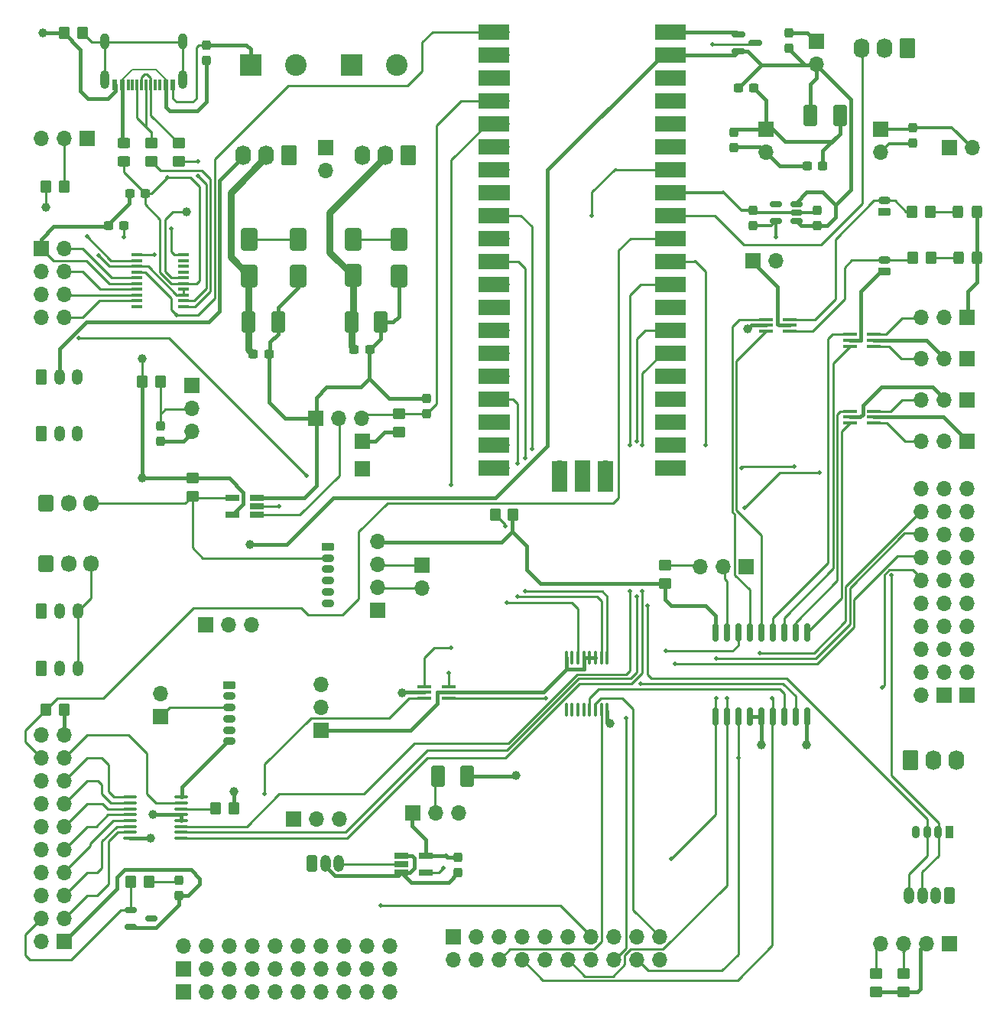
<source format=gbr>
%TF.GenerationSoftware,KiCad,Pcbnew,7.0.2*%
%TF.CreationDate,2024-12-03T13:42:33-08:00*%
%TF.ProjectId,AA_P_CtrlBd,41415f50-5f43-4747-926c-42642e6b6963,1.0*%
%TF.SameCoordinates,Original*%
%TF.FileFunction,Copper,L1,Top*%
%TF.FilePolarity,Positive*%
%FSLAX46Y46*%
G04 Gerber Fmt 4.6, Leading zero omitted, Abs format (unit mm)*
G04 Created by KiCad (PCBNEW 7.0.2) date 2024-12-03 13:42:33*
%MOMM*%
%LPD*%
G01*
G04 APERTURE LIST*
G04 Aperture macros list*
%AMRoundRect*
0 Rectangle with rounded corners*
0 $1 Rounding radius*
0 $2 $3 $4 $5 $6 $7 $8 $9 X,Y pos of 4 corners*
0 Add a 4 corners polygon primitive as box body*
4,1,4,$2,$3,$4,$5,$6,$7,$8,$9,$2,$3,0*
0 Add four circle primitives for the rounded corners*
1,1,$1+$1,$2,$3*
1,1,$1+$1,$4,$5*
1,1,$1+$1,$6,$7*
1,1,$1+$1,$8,$9*
0 Add four rect primitives between the rounded corners*
20,1,$1+$1,$2,$3,$4,$5,0*
20,1,$1+$1,$4,$5,$6,$7,0*
20,1,$1+$1,$6,$7,$8,$9,0*
20,1,$1+$1,$8,$9,$2,$3,0*%
G04 Aperture macros list end*
%TA.AperFunction,SMDPad,CuDef*%
%ADD10RoundRect,0.237500X-0.300000X-0.237500X0.300000X-0.237500X0.300000X0.237500X-0.300000X0.237500X0*%
%TD*%
%TA.AperFunction,ComponentPad*%
%ADD11R,1.700000X1.700000*%
%TD*%
%TA.AperFunction,ComponentPad*%
%ADD12O,1.700000X1.700000*%
%TD*%
%TA.AperFunction,ComponentPad*%
%ADD13RoundRect,0.250000X-0.620000X-0.845000X0.620000X-0.845000X0.620000X0.845000X-0.620000X0.845000X0*%
%TD*%
%TA.AperFunction,ComponentPad*%
%ADD14O,1.740000X2.190000*%
%TD*%
%TA.AperFunction,ComponentPad*%
%ADD15RoundRect,0.225000X0.475000X-0.225000X0.475000X0.225000X-0.475000X0.225000X-0.475000X-0.225000X0*%
%TD*%
%TA.AperFunction,ComponentPad*%
%ADD16O,1.400000X0.900000*%
%TD*%
%TA.AperFunction,ComponentPad*%
%ADD17RoundRect,0.225000X0.225000X0.475000X-0.225000X0.475000X-0.225000X-0.475000X0.225000X-0.475000X0*%
%TD*%
%TA.AperFunction,ComponentPad*%
%ADD18O,0.900000X1.400000*%
%TD*%
%TA.AperFunction,ComponentPad*%
%ADD19RoundRect,0.250000X0.335000X0.685000X-0.335000X0.685000X-0.335000X-0.685000X0.335000X-0.685000X0*%
%TD*%
%TA.AperFunction,ComponentPad*%
%ADD20O,1.170000X1.870000*%
%TD*%
%TA.AperFunction,ComponentPad*%
%ADD21RoundRect,0.250000X0.620000X0.845000X-0.620000X0.845000X-0.620000X-0.845000X0.620000X-0.845000X0*%
%TD*%
%TA.AperFunction,ComponentPad*%
%ADD22RoundRect,0.225000X-0.475000X0.225000X-0.475000X-0.225000X0.475000X-0.225000X0.475000X0.225000X0*%
%TD*%
%TA.AperFunction,SMDPad,CuDef*%
%ADD23R,0.600000X1.150000*%
%TD*%
%TA.AperFunction,SMDPad,CuDef*%
%ADD24R,0.300000X1.150000*%
%TD*%
%TA.AperFunction,ComponentPad*%
%ADD25O,1.000000X1.800000*%
%TD*%
%TA.AperFunction,ComponentPad*%
%ADD26O,1.000000X2.100000*%
%TD*%
%TA.AperFunction,ComponentPad*%
%ADD27RoundRect,0.250000X-0.335000X-0.685000X0.335000X-0.685000X0.335000X0.685000X-0.335000X0.685000X0*%
%TD*%
%TA.AperFunction,ComponentPad*%
%ADD28R,2.400000X2.400000*%
%TD*%
%TA.AperFunction,ComponentPad*%
%ADD29C,2.400000*%
%TD*%
%TA.AperFunction,ComponentPad*%
%ADD30RoundRect,0.250000X-0.350000X-0.625000X0.350000X-0.625000X0.350000X0.625000X-0.350000X0.625000X0*%
%TD*%
%TA.AperFunction,ComponentPad*%
%ADD31O,1.200000X1.750000*%
%TD*%
%TA.AperFunction,ComponentPad*%
%ADD32O,1.700000X1.850000*%
%TD*%
%TA.AperFunction,ComponentPad*%
%ADD33RoundRect,0.250000X-0.600000X-0.675000X0.600000X-0.675000X0.600000X0.675000X-0.600000X0.675000X0*%
%TD*%
%TA.AperFunction,SMDPad,CuDef*%
%ADD34RoundRect,0.250000X0.325000X0.450000X-0.325000X0.450000X-0.325000X-0.450000X0.325000X-0.450000X0*%
%TD*%
%TA.AperFunction,SMDPad,CuDef*%
%ADD35RoundRect,0.250000X0.450000X-0.350000X0.450000X0.350000X-0.450000X0.350000X-0.450000X-0.350000X0*%
%TD*%
%TA.AperFunction,SMDPad,CuDef*%
%ADD36RoundRect,0.237500X-0.237500X0.300000X-0.237500X-0.300000X0.237500X-0.300000X0.237500X0.300000X0*%
%TD*%
%TA.AperFunction,SMDPad,CuDef*%
%ADD37RoundRect,0.250000X-0.350000X-0.450000X0.350000X-0.450000X0.350000X0.450000X-0.350000X0.450000X0*%
%TD*%
%TA.AperFunction,SMDPad,CuDef*%
%ADD38RoundRect,0.250001X-0.499999X-0.924999X0.499999X-0.924999X0.499999X0.924999X-0.499999X0.924999X0*%
%TD*%
%TA.AperFunction,SMDPad,CuDef*%
%ADD39RoundRect,0.150000X-0.587500X-0.150000X0.587500X-0.150000X0.587500X0.150000X-0.587500X0.150000X0*%
%TD*%
%TA.AperFunction,SMDPad,CuDef*%
%ADD40R,1.500000X0.400000*%
%TD*%
%TA.AperFunction,SMDPad,CuDef*%
%ADD41RoundRect,0.250000X0.350000X0.450000X-0.350000X0.450000X-0.350000X-0.450000X0.350000X-0.450000X0*%
%TD*%
%TA.AperFunction,SMDPad,CuDef*%
%ADD42RoundRect,0.250000X-0.650000X1.000000X-0.650000X-1.000000X0.650000X-1.000000X0.650000X1.000000X0*%
%TD*%
%TA.AperFunction,SMDPad,CuDef*%
%ADD43RoundRect,0.237500X0.237500X-0.300000X0.237500X0.300000X-0.237500X0.300000X-0.237500X-0.300000X0*%
%TD*%
%TA.AperFunction,SMDPad,CuDef*%
%ADD44RoundRect,0.150000X0.512500X0.150000X-0.512500X0.150000X-0.512500X-0.150000X0.512500X-0.150000X0*%
%TD*%
%TA.AperFunction,SMDPad,CuDef*%
%ADD45R,1.560000X0.650000*%
%TD*%
%TA.AperFunction,SMDPad,CuDef*%
%ADD46RoundRect,0.150000X-0.512500X-0.150000X0.512500X-0.150000X0.512500X0.150000X-0.512500X0.150000X0*%
%TD*%
%TA.AperFunction,SMDPad,CuDef*%
%ADD47RoundRect,0.100000X-0.100000X0.637500X-0.100000X-0.637500X0.100000X-0.637500X0.100000X0.637500X0*%
%TD*%
%TA.AperFunction,SMDPad,CuDef*%
%ADD48RoundRect,0.250000X-0.450000X0.350000X-0.450000X-0.350000X0.450000X-0.350000X0.450000X0.350000X0*%
%TD*%
%TA.AperFunction,SMDPad,CuDef*%
%ADD49R,3.500000X1.700000*%
%TD*%
%TA.AperFunction,SMDPad,CuDef*%
%ADD50R,1.700000X3.500000*%
%TD*%
%TA.AperFunction,SMDPad,CuDef*%
%ADD51RoundRect,0.150000X0.150000X-0.875000X0.150000X0.875000X-0.150000X0.875000X-0.150000X-0.875000X0*%
%TD*%
%TA.AperFunction,SMDPad,CuDef*%
%ADD52RoundRect,0.250000X-0.450000X0.325000X-0.450000X-0.325000X0.450000X-0.325000X0.450000X0.325000X0*%
%TD*%
%TA.AperFunction,SMDPad,CuDef*%
%ADD53R,1.200000X0.400000*%
%TD*%
%TA.AperFunction,SMDPad,CuDef*%
%ADD54RoundRect,0.237500X0.300000X0.237500X-0.300000X0.237500X-0.300000X-0.237500X0.300000X-0.237500X0*%
%TD*%
%TA.AperFunction,SMDPad,CuDef*%
%ADD55RoundRect,0.100000X0.637500X0.100000X-0.637500X0.100000X-0.637500X-0.100000X0.637500X-0.100000X0*%
%TD*%
%TA.AperFunction,ViaPad*%
%ADD56C,0.500000*%
%TD*%
%TA.AperFunction,ViaPad*%
%ADD57C,1.000000*%
%TD*%
%TA.AperFunction,Conductor*%
%ADD58C,0.250000*%
%TD*%
%TA.AperFunction,Conductor*%
%ADD59C,0.400000*%
%TD*%
%TA.AperFunction,Conductor*%
%ADD60C,0.350000*%
%TD*%
%TA.AperFunction,Conductor*%
%ADD61C,0.200000*%
%TD*%
%TA.AperFunction,Conductor*%
%ADD62C,0.800000*%
%TD*%
G04 APERTURE END LIST*
D10*
%TO.P,C11,1*%
%TO.N,GND*%
X102555500Y-53848000D03*
%TO.P,C11,2*%
%TO.N,/VBUS_IF*%
X104280500Y-53848000D03*
%TD*%
D11*
%TO.P,SPARE1,1*%
%TO.N,N/C*%
X108503000Y-142240000D03*
D12*
%TO.P,SPARE1,2*%
X111043000Y-142240000D03*
%TO.P,SPARE1,3*%
X113583000Y-142240000D03*
%TO.P,SPARE1,4*%
X116123000Y-142240000D03*
%TO.P,SPARE1,5*%
X118663000Y-142240000D03*
%TO.P,SPARE1,6*%
X121203000Y-142240000D03*
%TO.P,SPARE1,7*%
X123743000Y-142240000D03*
%TO.P,SPARE1,8*%
X126283000Y-142240000D03*
%TO.P,SPARE1,9*%
X128823000Y-142240000D03*
%TO.P,SPARE1,10*%
X131363000Y-142240000D03*
%TD*%
D11*
%TO.P,SPARE2,1*%
%TO.N,N/C*%
X108503000Y-139700000D03*
D12*
%TO.P,SPARE2,2*%
X108503000Y-137160000D03*
%TO.P,SPARE2,3*%
X111043000Y-139700000D03*
%TO.P,SPARE2,4*%
X111043000Y-137160000D03*
%TO.P,SPARE2,5*%
X113583000Y-139700000D03*
%TO.P,SPARE2,6*%
X113583000Y-137160000D03*
%TO.P,SPARE2,7*%
X116123000Y-139700000D03*
%TO.P,SPARE2,8*%
X116123000Y-137160000D03*
%TO.P,SPARE2,9*%
X118663000Y-139700000D03*
%TO.P,SPARE2,10*%
X118663000Y-137160000D03*
%TO.P,SPARE2,11*%
X121203000Y-139700000D03*
%TO.P,SPARE2,12*%
X121203000Y-137160000D03*
%TO.P,SPARE2,13*%
X123743000Y-139700000D03*
%TO.P,SPARE2,14*%
X123743000Y-137160000D03*
%TO.P,SPARE2,15*%
X126283000Y-139700000D03*
%TO.P,SPARE2,16*%
X126283000Y-137160000D03*
%TO.P,SPARE2,17*%
X128823000Y-139700000D03*
%TO.P,SPARE2,18*%
X128823000Y-137160000D03*
%TO.P,SPARE2,19*%
X131363000Y-139700000D03*
%TO.P,SPARE2,20*%
X131363000Y-137160000D03*
%TD*%
D13*
%TO.P,J38,1,A*%
%TO.N,GND*%
X189016000Y-116606000D03*
D14*
%TO.P,J38,2,C*%
%TO.N,VS-BA*%
X191556000Y-116606000D03*
%TO.P,J38,3,B*%
%TO.N,/SBC_RP*%
X194096000Y-116606000D03*
%TD*%
D11*
%TO.P,J37,1,Pin_1*%
%TO.N,GND*%
X195239000Y-109347000D03*
D12*
%TO.P,J37,2,Pin_2*%
X195239000Y-106807000D03*
%TO.P,J37,3,Pin_3*%
X195239000Y-104267000D03*
%TO.P,J37,4,Pin_4*%
X195239000Y-101727000D03*
%TO.P,J37,5,Pin_5*%
X195239000Y-99187000D03*
%TO.P,J37,6,Pin_6*%
X195239000Y-96647000D03*
%TO.P,J37,7,Pin_7*%
X195239000Y-94107000D03*
%TO.P,J37,8,Pin_8*%
X195239000Y-91567000D03*
%TO.P,J37,9,Pin_9*%
X195239000Y-89027000D03*
%TO.P,J37,10,Pin_10*%
X195239000Y-86487000D03*
%TD*%
D15*
%TO.P,J36,1,Pin_1*%
%TO.N,GND*%
X186095000Y-55880000D03*
D16*
%TO.P,J36,2,Pin_2*%
%TO.N,Net-(J36-Pin_2)*%
X186095000Y-54630000D03*
%TD*%
D15*
%TO.P,J35,1,Pin_1*%
%TO.N,GND*%
X186095000Y-62484000D03*
D16*
%TO.P,J35,2,Pin_2*%
%TO.N,Net-(J35-Pin_2)*%
X186095000Y-61234000D03*
%TD*%
D11*
%TO.P,J34,1,Pin_1*%
%TO.N,/SBC_RP*%
X192699000Y-109347000D03*
D12*
%TO.P,J34,2,Pin_2*%
%TO.N,/GP10_SPI1_CK*%
X190159000Y-109347000D03*
%TO.P,J34,3,Pin_3*%
%TO.N,/SBC_RP*%
X192699000Y-106807000D03*
%TO.P,J34,4,Pin_4*%
%TO.N,/GP11_SPI1_MO*%
X190159000Y-106807000D03*
%TO.P,J34,5,Pin_5*%
%TO.N,/SBC_RP*%
X192699000Y-104267000D03*
%TO.P,J34,6,Pin_6*%
%TO.N,/GP12_SPI1_MI*%
X190159000Y-104267000D03*
%TO.P,J34,7,Pin_7*%
%TO.N,/SBC_RP*%
X192699000Y-101727000D03*
%TO.P,J34,8,Pin_8*%
%TO.N,/GP14_RE_A*%
X190159000Y-101727000D03*
%TO.P,J34,9,Pin_9*%
%TO.N,/SBC_RP*%
X192699000Y-99187000D03*
%TO.P,J34,10,Pin_10*%
%TO.N,/GP15_RE_B*%
X190159000Y-99187000D03*
%TO.P,J34,11,Pin_11*%
%TO.N,/SBC_RP*%
X192699000Y-96647000D03*
%TO.P,J34,12,Pin_12*%
%TO.N,/GP16_DE_MISO*%
X190159000Y-96647000D03*
%TO.P,J34,13,Pin_13*%
%TO.N,/SBC_RP*%
X192699000Y-94107000D03*
%TO.P,J34,14,Pin_14*%
%TO.N,/GP17_D_D{slash}C-*%
X190159000Y-94107000D03*
%TO.P,J34,15,Pin_15*%
%TO.N,/SBC_RP*%
X192699000Y-91567000D03*
%TO.P,J34,16,Pin_16*%
%TO.N,/GP18_DE_SCK*%
X190159000Y-91567000D03*
%TO.P,J34,17,Pin_17*%
%TO.N,/SBC_RP*%
X192699000Y-89027000D03*
%TO.P,J34,18,Pin_18*%
%TO.N,/GP19_DE_MOSI*%
X190159000Y-89027000D03*
%TO.P,J34,19,Pin_19*%
%TO.N,/SBC_RP*%
X192699000Y-86487000D03*
%TO.P,J34,20,Pin_20*%
%TO.N,/GP28A2_SWMX*%
X190159000Y-86487000D03*
%TD*%
D11*
%TO.P,J33,1,Pin_1*%
%TO.N,GND*%
X195239000Y-67564000D03*
D12*
%TO.P,J33,2,Pin_2*%
%TO.N,+3.3V*%
X192699000Y-67564000D03*
%TO.P,J33,3,Pin_3*%
%TO.N,Net-(J33-Pin_3)*%
X190159000Y-67564000D03*
%TD*%
D11*
%TO.P,J32,1,Pin_1*%
%TO.N,GND*%
X195239000Y-72136000D03*
D12*
%TO.P,J32,2,Pin_2*%
%TO.N,+3.3V*%
X192699000Y-72136000D03*
%TO.P,J32,3,Pin_3*%
%TO.N,Net-(J32-Pin_3)*%
X190159000Y-72136000D03*
%TD*%
D11*
%TO.P,J29,1,Pin_1*%
%TO.N,/GP14_RE_A*%
X138419200Y-136144000D03*
D12*
%TO.P,J29,2,Pin_2*%
%TO.N,+3.3V*%
X138419200Y-138684000D03*
%TO.P,J29,3,Pin_3*%
%TO.N,GND*%
X140959200Y-136144000D03*
%TO.P,J29,4,Pin_4*%
%TO.N,GNDA*%
X140959200Y-138684000D03*
%TO.P,J29,5,Pin_5*%
%TO.N,/GP15_RE_B*%
X143499200Y-136144000D03*
%TO.P,J29,6,Pin_6*%
%TO.N,/DISP_CS-*%
X143499200Y-138684000D03*
%TO.P,J29,7,Pin_7*%
%TO.N,GND*%
X146039200Y-136144000D03*
%TO.P,J29,8,Pin_8*%
%TO.N,/RESET-*%
X146039200Y-138684000D03*
%TO.P,J29,9,Pin_9*%
%TO.N,/GP28A2_SWMX*%
X148579200Y-136144000D03*
%TO.P,J29,10,Pin_10*%
%TO.N,/GP17_D_D{slash}C-*%
X148579200Y-138684000D03*
%TO.P,J29,11,Pin_11*%
%TO.N,+3.3VA*%
X151119200Y-136144000D03*
%TO.P,J29,12,Pin_12*%
%TO.N,/GP19_DE_MOSI*%
X151119200Y-138684000D03*
%TO.P,J29,13,Pin_13*%
%TO.N,/TCH_IRQ-*%
X153659200Y-136144000D03*
%TO.P,J29,14,Pin_14*%
%TO.N,/GP18_DE_SCK*%
X153659200Y-138684000D03*
%TO.P,J29,15,Pin_15*%
%TO.N,/GP12_SPI1_MI*%
X156199200Y-136144000D03*
%TO.P,J29,16,Pin_16*%
%TO.N,/AGP6_DISPBL*%
X156199200Y-138684000D03*
%TO.P,J29,17,Pin_17*%
%TO.N,/GP11_SPI1_MO*%
X158739200Y-136144000D03*
%TO.P,J29,18,Pin_18*%
%TO.N,/GP16_DE_MISO*%
X158739200Y-138684000D03*
%TO.P,J29,19,Pin_19*%
%TO.N,/TCH_CS-*%
X161279200Y-136144000D03*
%TO.P,J29,20,Pin_20*%
%TO.N,/GP10_SPI1_CK*%
X161279200Y-138684000D03*
%TD*%
D17*
%TO.P,J28,1,Pin_1*%
%TO.N,VSYS*%
X193348173Y-124502976D03*
D18*
%TO.P,J28,2,Pin_2*%
%TO.N,/I2C0_SCL*%
X192098173Y-124502976D03*
%TO.P,J28,3,Pin_3*%
%TO.N,/I2C0_SDA*%
X190848173Y-124502976D03*
%TO.P,J28,4,Pin_4*%
%TO.N,GND*%
X189598173Y-124502976D03*
%TD*%
D19*
%TO.P,J27,1,Pin_1*%
%TO.N,GND*%
X193334000Y-131572000D03*
D20*
%TO.P,J27,2,Pin_2*%
%TO.N,+3.3V*%
X191834000Y-131572000D03*
%TO.P,J27,3,Pin_3*%
%TO.N,/I2C0_SCL*%
X190334000Y-131572000D03*
%TO.P,J27,4,Pin_4*%
%TO.N,/I2C0_SDA*%
X188834000Y-131572000D03*
%TD*%
D11*
%TO.P,J26,1,Pin_1*%
%TO.N,GND*%
X193334000Y-136906000D03*
D12*
%TO.P,J26,2,Pin_2*%
%TO.N,+3.3V*%
X190794000Y-136906000D03*
%TO.P,J26,3,Pin_3*%
%TO.N,/I2C0_SCL*%
X188254000Y-136906000D03*
%TO.P,J26,4,Pin_4*%
%TO.N,/I2C0_SDA*%
X185714000Y-136906000D03*
%TD*%
D21*
%TO.P,J25,1,Pin_1*%
%TO.N,GND*%
X188635000Y-37719000D03*
D14*
%TO.P,J25,2,Pin_2*%
%TO.N,VSYS*%
X186095000Y-37719000D03*
%TO.P,J25,3,Pin_3*%
%TO.N,/GP27A1_NEOPXL*%
X183555000Y-37719000D03*
%TD*%
D11*
%TO.P,J24,1,Pin_1*%
%TO.N,GNDA*%
X185714000Y-46736000D03*
D12*
%TO.P,J24,2,Pin_2*%
%TO.N,+3.3VA*%
X185714000Y-49276000D03*
%TD*%
D11*
%TO.P,J23,1,Pin_1*%
%TO.N,GND*%
X173014000Y-46736000D03*
D12*
%TO.P,J23,2,Pin_2*%
%TO.N,+3.3V*%
X173014000Y-49276000D03*
%TD*%
D11*
%TO.P,J22,1,Pin_1*%
%TO.N,GND*%
X123738000Y-113269000D03*
D12*
%TO.P,J22,2,Pin_2*%
%TO.N,/UART0_RX*%
X123738000Y-110729000D03*
%TO.P,J22,3,Pin_3*%
%TO.N,/UART0_TX*%
X123738000Y-108189000D03*
%TD*%
D22*
%TO.P,J21,1,Pin_1*%
%TO.N,Net-(J21-Pin_1)*%
X113586000Y-108254000D03*
D16*
%TO.P,J21,2,Pin_2*%
%TO.N,/UART0_TX*%
X113586000Y-109504000D03*
%TO.P,J21,3,Pin_3*%
%TO.N,/UART0_RX*%
X113586000Y-110754000D03*
%TO.P,J21,4,Pin_4*%
%TO.N,unconnected-(J21-Pin_4-Pad4)*%
X113586000Y-112004000D03*
%TO.P,J21,5,Pin_5*%
%TO.N,unconnected-(J21-Pin_5-Pad5)*%
X113586000Y-113254000D03*
%TO.P,J21,6,Pin_6*%
%TO.N,GND*%
X113586000Y-114504000D03*
%TD*%
D11*
%TO.P,J20,1,Pin_1*%
%TO.N,GND*%
X178602000Y-36957000D03*
D12*
%TO.P,J20,2,Pin_2*%
%TO.N,VSYS*%
X178602000Y-39497000D03*
%TD*%
D23*
%TO.P,J19,A1_B12,GND*%
%TO.N,GND*%
X107313156Y-41782242D03*
%TO.P,J19,A4_B9,VBUS*%
%TO.N,/VBUS_IN*%
X106513156Y-41782242D03*
D24*
%TO.P,J19,A5,CC1*%
%TO.N,unconnected-(J19-CC1-PadA5)*%
X105363156Y-41782242D03*
%TO.P,J19,A6,D+*%
%TO.N,Net-(J19-D+-PadA6)*%
X104363156Y-41782242D03*
%TO.P,J19,A7,D-*%
%TO.N,Net-(J19-D--PadA7)*%
X103863156Y-41782242D03*
%TO.P,J19,A8,SBU1*%
%TO.N,unconnected-(J19-SBU1-PadA8)*%
X102863156Y-41782242D03*
D23*
%TO.P,J19,B1_A12,GND*%
%TO.N,GND*%
X100913156Y-41782242D03*
%TO.P,J19,B4_A9,VBUS*%
%TO.N,/VBUS_IN*%
X101713156Y-41782242D03*
D24*
%TO.P,J19,B5,CC2*%
%TO.N,unconnected-(J19-CC2-PadB5)*%
X102363156Y-41782242D03*
%TO.P,J19,B6,D+*%
%TO.N,Net-(J19-D+-PadA6)*%
X103363156Y-41782242D03*
%TO.P,J19,B7,D-*%
%TO.N,Net-(J19-D--PadA7)*%
X104863156Y-41782242D03*
%TO.P,J19,B8,SBU2*%
%TO.N,unconnected-(J19-SBU2-PadB8)*%
X105863156Y-41782242D03*
D25*
%TO.P,J19,SH1,SHIELD*%
%TO.N,Net-(J19-SHIELD-PadSH1)*%
X108433156Y-37027242D03*
%TO.P,J19,SH2,SHIELD*%
X99793156Y-37027242D03*
D26*
%TO.P,J19,SH3,SHIELD*%
X108433156Y-41207242D03*
%TO.P,J19,SH4,SHIELD*%
X99793156Y-41207242D03*
%TD*%
D11*
%TO.P,J18,1,Pin_1*%
%TO.N,GND*%
X128310000Y-84328000D03*
%TD*%
%TO.P,J17,1,Pin_1*%
%TO.N,+3.3V*%
X128310000Y-81280000D03*
%TD*%
D22*
%TO.P,J16,1,Pin_1*%
%TO.N,+3.3V*%
X124507909Y-92950805D03*
D16*
%TO.P,J16,2,Pin_2*%
%TO.N,Net-(J1-Pin_3)*%
X124507909Y-94200805D03*
%TO.P,J16,3,Pin_3*%
%TO.N,/UART1_RX*%
X124507909Y-95450805D03*
%TO.P,J16,4,Pin_4*%
%TO.N,unconnected-(J16-Pin_4-Pad4)*%
X124507909Y-96700805D03*
%TO.P,J16,5,Pin_5*%
%TO.N,unconnected-(J16-Pin_5-Pad5)*%
X124507909Y-97950805D03*
%TO.P,J16,6,Pin_6*%
%TO.N,GND*%
X124507909Y-99200805D03*
%TD*%
D12*
%TO.P,J15,8,Pin_8*%
%TO.N,/CTS-*%
X95285000Y-67564000D03*
%TO.P,J15,7,Pin_7*%
%TO.N,GND*%
X92745000Y-67564000D03*
%TO.P,J15,6,Pin_6*%
%TO.N,/DCD-*%
X95285000Y-65024000D03*
%TO.P,J15,5,Pin_5*%
%TO.N,GND*%
X92745000Y-65024000D03*
%TO.P,J15,4,Pin_4*%
%TO.N,/DSR-*%
X95285000Y-62484000D03*
%TO.P,J15,3,Pin_3*%
%TO.N,GND*%
X92745000Y-62484000D03*
%TO.P,J15,2,Pin_2*%
%TO.N,/RI-*%
X95285000Y-59944000D03*
D11*
%TO.P,J15,1,Pin_1*%
%TO.N,GND*%
X92745000Y-59944000D03*
%TD*%
%TO.P,J14,1,Pin_1*%
%TO.N,GND*%
X129961000Y-99949000D03*
D12*
%TO.P,J14,2,Pin_2*%
%TO.N,/UART1_RX*%
X129961000Y-97409000D03*
%TO.P,J14,3,Pin_3*%
%TO.N,Net-(J1-Pin_3)*%
X129961000Y-94869000D03*
%TO.P,J14,4,Pin_4*%
%TO.N,+3.3V*%
X129961000Y-92329000D03*
%TD*%
D27*
%TO.P,J13,1,Pin_1*%
%TO.N,/RxPWR*%
X122722000Y-128016000D03*
D20*
%TO.P,J13,2,Pin_2*%
%TO.N,GND*%
X124222000Y-128016000D03*
%TO.P,J13,3,Pin_3*%
%TO.N,/RCVR_RX*%
X125722000Y-128016000D03*
%TD*%
D11*
%TO.P,J12,1,Pin_1*%
%TO.N,GND*%
X95290000Y-136652000D03*
D12*
%TO.P,J12,2,Pin_2*%
%TO.N,+3.3V*%
X92750000Y-136652000D03*
%TO.P,J12,3,Pin_3*%
%TO.N,/S0-*%
X95290000Y-134112000D03*
%TO.P,J12,4,Pin_4*%
%TO.N,/SENS_RD-*%
X92750000Y-134112000D03*
%TO.P,J12,5,Pin_5*%
%TO.N,/S1-*%
X95290000Y-131572000D03*
%TO.P,J12,6,Pin_6*%
%TO.N,/SENS_RD-*%
X92750000Y-131572000D03*
%TO.P,J12,7,Pin_7*%
%TO.N,/S2-*%
X95290000Y-129032000D03*
%TO.P,J12,8,Pin_8*%
%TO.N,/SENS_RD-*%
X92750000Y-129032000D03*
%TO.P,J12,9,Pin_9*%
%TO.N,/S3-*%
X95290000Y-126492000D03*
%TO.P,J12,10,Pin_10*%
%TO.N,/SENS_RD-*%
X92750000Y-126492000D03*
%TO.P,J12,11,Pin_11*%
%TO.N,/S4-*%
X95290000Y-123952000D03*
%TO.P,J12,12,Pin_12*%
%TO.N,/SENS_RD-*%
X92750000Y-123952000D03*
%TO.P,J12,13,Pin_13*%
%TO.N,/S5-*%
X95290000Y-121412000D03*
%TO.P,J12,14,Pin_14*%
%TO.N,/SENS_RD-*%
X92750000Y-121412000D03*
%TO.P,J12,15,Pin_15*%
%TO.N,/S6-*%
X95290000Y-118872000D03*
%TO.P,J12,16,Pin_16*%
%TO.N,/SENS_RD-*%
X92750000Y-118872000D03*
%TO.P,J12,17,Pin_17*%
%TO.N,/S7-*%
X95290000Y-116332000D03*
%TO.P,J12,18,Pin_18*%
%TO.N,/SENS_RD-*%
X92750000Y-116332000D03*
%TO.P,J12,19,Pin_19*%
%TO.N,+3.3V*%
X95290000Y-113792000D03*
%TO.P,J12,20,Pin_20*%
%TO.N,GND*%
X92750000Y-113792000D03*
%TD*%
D21*
%TO.P,J11,1,A*%
%TO.N,GND*%
X133390000Y-49637000D03*
D14*
%TO.P,J11,2,C*%
%TO.N,VS-BB*%
X130850000Y-49637000D03*
%TO.P,J11,3,B*%
%TO.N,/SBB_RP*%
X128310000Y-49637000D03*
%TD*%
D21*
%TO.P,J10,1,A*%
%TO.N,GND*%
X120182000Y-49637000D03*
D14*
%TO.P,J10,2,C*%
%TO.N,VS-BA*%
X117642000Y-49637000D03*
%TO.P,J10,3,B*%
%TO.N,/SBA_RP*%
X115102000Y-49637000D03*
%TD*%
D11*
%TO.P,J9,1,Pin_1*%
%TO.N,GND*%
X120690000Y-123063000D03*
D12*
%TO.P,J9,2,Pin_2*%
%TO.N,/RxPWR*%
X123230000Y-123063000D03*
%TO.P,J9,3,Pin_3*%
%TO.N,/RCVR_RX*%
X125770000Y-123063000D03*
%TD*%
D28*
%TO.P,J8,1,Pin_1*%
%TO.N,GND*%
X127080000Y-39578000D03*
D29*
%TO.P,J8,2,Pin_2*%
%TO.N,VS-BB*%
X132080000Y-39578000D03*
%TD*%
D28*
%TO.P,J7,1,Pin_1*%
%TO.N,GND*%
X115904000Y-39578000D03*
D29*
%TO.P,J7,2,Pin_2*%
%TO.N,VS-BA*%
X120904000Y-39578000D03*
%TD*%
D30*
%TO.P,J6,1,Pin_1*%
%TO.N,GND*%
X92782000Y-106384000D03*
D31*
%TO.P,J6,2,Pin_2*%
%TO.N,/SBB_RP*%
X94782000Y-106384000D03*
%TO.P,J6,3,Pin_3*%
%TO.N,Net-(J1-Pin_3)*%
X96782000Y-106384000D03*
%TD*%
%TO.P,J5,3,Pin_3*%
%TO.N,Net-(J1-Pin_3)*%
X96782000Y-100100800D03*
%TO.P,J5,2,Pin_2*%
%TO.N,/SBB_RP*%
X94782000Y-100100800D03*
D30*
%TO.P,J5,1,Pin_1*%
%TO.N,GND*%
X92782000Y-100100800D03*
%TD*%
D32*
%TO.P,J3,3,Pin_3*%
%TO.N,Net-(J1-Pin_3)*%
X98258000Y-88134400D03*
%TO.P,J3,2,Pin_2*%
%TO.N,/SBA_RP*%
X95758000Y-88134400D03*
D33*
%TO.P,J3,1,Pin_1*%
%TO.N,GND*%
X93258000Y-88134400D03*
%TD*%
D31*
%TO.P,J2,3,Pin_3*%
%TO.N,Net-(J1-Pin_3)*%
X96750000Y-80451200D03*
%TO.P,J2,2,Pin_2*%
%TO.N,/SBA_RP*%
X94750000Y-80451200D03*
D30*
%TO.P,J2,1,Pin_1*%
%TO.N,GND*%
X92750000Y-80451200D03*
%TD*%
D34*
%TO.P,D7,1,K*%
%TO.N,GND*%
X196351000Y-55880000D03*
%TO.P,D7,2,A*%
%TO.N,Net-(D7-A)*%
X194301000Y-55880000D03*
%TD*%
D35*
%TO.P,R7,1*%
%TO.N,+3.3V*%
X132334000Y-80264000D03*
%TO.P,R7,2*%
%TO.N,/SB_TX_EN-*%
X132334000Y-78264000D03*
%TD*%
D11*
%TO.P,JP4,1,A*%
%TO.N,+3.3V*%
X171570709Y-61333099D03*
D12*
%TO.P,JP4,2,B*%
%TO.N,+3.3VA*%
X174110709Y-61333099D03*
%TD*%
D11*
%TO.P,JP2,1,A*%
%TO.N,Net-(J1-Pin_3)*%
X134914000Y-94991000D03*
D12*
%TO.P,JP2,2,B*%
%TO.N,/UART1_RX*%
X134914000Y-97531000D03*
%TD*%
D36*
%TO.P,C10,1*%
%TO.N,GND*%
X110998000Y-37391000D03*
%TO.P,C10,2*%
%TO.N,/VBUS_IN*%
X110998000Y-39116000D03*
%TD*%
D37*
%TO.P,R11,1*%
%TO.N,+3.3V*%
X103918000Y-74676000D03*
%TO.P,R11,2*%
%TO.N,/RESET-*%
X105918000Y-74676000D03*
%TD*%
%TO.P,R4,1*%
%TO.N,GND*%
X95282000Y-36068000D03*
%TO.P,R4,2*%
%TO.N,Net-(J19-SHIELD-PadSH1)*%
X97282000Y-36068000D03*
%TD*%
D38*
%TO.P,C22,1*%
%TO.N,VSYS*%
X177953000Y-45212000D03*
%TO.P,C22,2*%
%TO.N,GND*%
X181203000Y-45212000D03*
%TD*%
D39*
%TO.P,Q1,1,G*%
%TO.N,/VBUS*%
X169926000Y-36200000D03*
%TO.P,Q1,2,S*%
%TO.N,VSYS*%
X169926000Y-38100000D03*
%TO.P,Q1,3,D*%
%TO.N,/VBUS_IF*%
X171801000Y-37150000D03*
%TD*%
D40*
%TO.P,U10,1*%
%TO.N,/AUX_GPO3*%
X182312000Y-69454000D03*
%TO.P,U10,2,GND*%
%TO.N,GND*%
X182312000Y-70104000D03*
%TO.P,U10,3*%
%TO.N,/AUX_GPO2*%
X182312000Y-70754000D03*
%TO.P,U10,4*%
%TO.N,Net-(J32-Pin_3)*%
X184972000Y-70754000D03*
%TO.P,U10,5,VCC*%
%TO.N,+3.3V*%
X184972000Y-70104000D03*
%TO.P,U10,6*%
%TO.N,Net-(J33-Pin_3)*%
X184972000Y-69454000D03*
%TD*%
D41*
%TO.P,R5,1*%
%TO.N,+3.3V*%
X114046000Y-121920000D03*
%TO.P,R5,2*%
%TO.N,Net-(U1-E3)*%
X112046000Y-121920000D03*
%TD*%
D42*
%TO.P,D5,1,K*%
%TO.N,Net-(D2-K)*%
X132334000Y-58960000D03*
%TO.P,D5,2,A*%
%TO.N,GND*%
X132334000Y-62960000D03*
%TD*%
D10*
%TO.P,C5,1*%
%TO.N,VS-BB*%
X127407500Y-71120000D03*
%TO.P,C5,2*%
%TO.N,GND*%
X129132500Y-71120000D03*
%TD*%
D11*
%TO.P,OP6,1,A*%
%TO.N,GND*%
X170840000Y-95123000D03*
D12*
%TO.P,OP6,2,C*%
%TO.N,/BD_ADDR*%
X168300000Y-95123000D03*
%TO.P,OP6,3,B*%
%TO.N,Net-(OP6-B)*%
X165760000Y-95123000D03*
%TD*%
D41*
%TO.P,R2,1*%
%TO.N,+3.3V*%
X95274000Y-110998000D03*
%TO.P,R2,2*%
%TO.N,/SENS_RD-*%
X93274000Y-110998000D03*
%TD*%
D11*
%TO.P,OP3,1,A*%
%TO.N,/DTR-*%
X109387000Y-75072000D03*
D12*
%TO.P,OP3,2,C*%
%TO.N,/RESET-*%
X109387000Y-77612000D03*
%TO.P,OP3,3,B*%
%TO.N,GND*%
X109387000Y-80152000D03*
%TD*%
D11*
%TO.P,OP2,1,A*%
%TO.N,GND*%
X123179820Y-78741539D03*
D12*
%TO.P,OP2,2,C*%
%TO.N,Net-(OP2-C)*%
X125719820Y-78741539D03*
%TO.P,OP2,3,B*%
%TO.N,/SB_TX_EN-*%
X128259820Y-78741539D03*
%TD*%
D43*
%TO.P,C18,1*%
%TO.N,+3.3VA*%
X171570000Y-57404000D03*
%TO.P,C18,2*%
%TO.N,GNDA*%
X171570000Y-55679000D03*
%TD*%
D44*
%TO.P,U6,1,IN*%
%TO.N,VSYS*%
X176385000Y-56896000D03*
%TO.P,U6,2,GND*%
%TO.N,GNDA*%
X176385000Y-55946000D03*
%TO.P,U6,3,EN*%
%TO.N,VSYS*%
X176385000Y-54996000D03*
%TO.P,U6,4,NC*%
%TO.N,unconnected-(U6-NC-Pad4)*%
X174110000Y-54996000D03*
%TO.P,U6,5,OUT*%
%TO.N,+3.3VA*%
X174110000Y-56896000D03*
%TD*%
D36*
%TO.P,C8,1*%
%TO.N,+3.3V*%
X138914000Y-127307000D03*
%TO.P,C8,2*%
%TO.N,GND*%
X138914000Y-129032000D03*
%TD*%
D34*
%TO.P,D6,1,K*%
%TO.N,GND*%
X196360000Y-60960000D03*
%TO.P,D6,2,A*%
%TO.N,Net-(D6-A)*%
X194310000Y-60960000D03*
%TD*%
D35*
%TO.P,R3,1*%
%TO.N,Net-(J1-Pin_3)*%
X109474000Y-87344000D03*
%TO.P,R3,2*%
%TO.N,+3.3V*%
X109474000Y-85344000D03*
%TD*%
D45*
%TO.P,U2,1*%
%TO.N,Net-(OP2-C)*%
X116586000Y-89408000D03*
%TO.P,U2,2*%
%TO.N,/UART1_TX*%
X116586000Y-88458000D03*
%TO.P,U2,3,GND*%
%TO.N,GND*%
X116586000Y-87508000D03*
%TO.P,U2,4*%
%TO.N,Net-(J1-Pin_3)*%
X113886000Y-87508000D03*
%TO.P,U2,5,VCC*%
%TO.N,+3.3V*%
X113886000Y-89408000D03*
%TD*%
D46*
%TO.P,D3,1,K*%
%TO.N,/SENS_RD-*%
X102627000Y-133162000D03*
%TO.P,D3,2,A*%
%TO.N,GND*%
X102627000Y-135062000D03*
%TO.P,D3,3*%
%TO.N,N/C*%
X104902000Y-134112000D03*
%TD*%
D11*
%TO.P,JP1,1,A*%
%TO.N,VS-BB*%
X124246000Y-48763000D03*
D12*
%TO.P,JP1,2,B*%
%TO.N,VS-BA*%
X124246000Y-51303000D03*
%TD*%
D11*
%TO.P,JP3,1,A*%
%TO.N,/UART0_RX*%
X105958000Y-111760000D03*
D12*
%TO.P,JP3,2,B*%
%TO.N,Net-(JP3-B)*%
X105958000Y-109220000D03*
%TD*%
D41*
%TO.P,R10,1*%
%TO.N,+3.3V*%
X145018000Y-89408000D03*
%TO.P,R10,2*%
%TO.N,Net-(U7-E3)*%
X143018000Y-89408000D03*
%TD*%
D47*
%TO.P,U7,1,A0*%
%TO.N,/CS_A0*%
X155437000Y-105241500D03*
%TO.P,U7,2,A1*%
%TO.N,/CS_A1*%
X154787000Y-105241500D03*
%TO.P,U7,3,A2*%
%TO.N,GND*%
X154137000Y-105241500D03*
%TO.P,U7,4,E1*%
X153487000Y-105241500D03*
%TO.P,U7,5,E2*%
X152837000Y-105241500D03*
%TO.P,U7,6,E3*%
%TO.N,Net-(U7-E3)*%
X152187000Y-105241500D03*
%TO.P,U7,7,O7*%
%TO.N,unconnected-(U7-O7-Pad7)*%
X151537000Y-105241500D03*
%TO.P,U7,8,GND*%
%TO.N,GND*%
X150887000Y-105241500D03*
%TO.P,U7,9,O6*%
%TO.N,unconnected-(U7-O6-Pad9)*%
X150887000Y-110966500D03*
%TO.P,U7,10,O5*%
%TO.N,unconnected-(U7-O5-Pad10)*%
X151537000Y-110966500D03*
%TO.P,U7,11,O4*%
%TO.N,unconnected-(U7-O4-Pad11)*%
X152187000Y-110966500D03*
%TO.P,U7,12,O3*%
%TO.N,/NOCS-*%
X152837000Y-110966500D03*
%TO.P,U7,13,O2*%
%TO.N,/EXIO_CS-*%
X153487000Y-110966500D03*
%TO.P,U7,14,O1*%
%TO.N,/TCH_CS-*%
X154137000Y-110966500D03*
%TO.P,U7,15,O0*%
%TO.N,/DISP_CS-*%
X154787000Y-110966500D03*
%TO.P,U7,16,VCC*%
%TO.N,+3.3V*%
X155437000Y-110966500D03*
%TD*%
D32*
%TO.P,J4,3,Pin_3*%
%TO.N,Net-(J1-Pin_3)*%
X98258000Y-94817600D03*
%TO.P,J4,2,Pin_2*%
%TO.N,/SBA_RP*%
X95758000Y-94817600D03*
D33*
%TO.P,J4,1,Pin_1*%
%TO.N,GND*%
X93258000Y-94817600D03*
%TD*%
D11*
%TO.P,OP4,1,A*%
%TO.N,/RTS-*%
X97815000Y-47752000D03*
D12*
%TO.P,OP4,2,C*%
%TO.N,/WAKEUP-*%
X95275000Y-47752000D03*
%TO.P,OP4,3,B*%
%TO.N,GND*%
X92735000Y-47752000D03*
%TD*%
D48*
%TO.P,R6,1*%
%TO.N,Net-(J19-D+-PadA6)*%
X104902000Y-48292000D03*
%TO.P,R6,2*%
%TO.N,Net-(U3-USBDP)*%
X104902000Y-50292000D03*
%TD*%
D11*
%TO.P,OP1,1,A*%
%TO.N,+3.3V*%
X133913000Y-122428000D03*
D12*
%TO.P,OP1,2,C*%
%TO.N,/RxPWR*%
X136453000Y-122428000D03*
%TO.P,OP1,3,B*%
%TO.N,VSYS*%
X138993000Y-122428000D03*
%TD*%
D38*
%TO.P,C1,1*%
%TO.N,VS-BA*%
X115722500Y-68072000D03*
%TO.P,C1,2*%
%TO.N,GND*%
X118972500Y-68072000D03*
%TD*%
D37*
%TO.P,R1,1*%
%TO.N,/SENS_RD-*%
X102659000Y-130048000D03*
%TO.P,R1,2*%
%TO.N,Net-(C3-Pad2)*%
X104659000Y-130048000D03*
%TD*%
D36*
%TO.P,C19,1*%
%TO.N,GND*%
X169418000Y-47043000D03*
%TO.P,C19,2*%
%TO.N,+3.3V*%
X169418000Y-48768000D03*
%TD*%
D45*
%TO.P,U4,1*%
%TO.N,GND*%
X132658000Y-127132000D03*
%TO.P,U4,2*%
%TO.N,/RCVR_RX*%
X132658000Y-128082000D03*
%TO.P,U4,3,GND*%
%TO.N,GND*%
X132658000Y-129032000D03*
%TO.P,U4,4*%
%TO.N,/RCVR_IN*%
X135358000Y-129032000D03*
%TO.P,U4,5,VCC*%
%TO.N,+3.3V*%
X135358000Y-127132000D03*
%TD*%
D10*
%TO.P,C16,1*%
%TO.N,VSYS*%
X169926000Y-42164000D03*
%TO.P,C16,2*%
%TO.N,GND*%
X171651000Y-42164000D03*
%TD*%
D11*
%TO.P,J30,1,Pin_1*%
%TO.N,GND*%
X195239000Y-81280000D03*
D12*
%TO.P,J30,2,Pin_2*%
%TO.N,+3.3V*%
X192699000Y-81280000D03*
%TO.P,J30,3,Pin_3*%
%TO.N,Net-(J30-Pin_3)*%
X190159000Y-81280000D03*
%TD*%
D11*
%TO.P,J31,1,Pin_1*%
%TO.N,GND*%
X195239000Y-76708000D03*
D12*
%TO.P,J31,2,Pin_2*%
%TO.N,+3.3V*%
X192699000Y-76708000D03*
%TO.P,J31,3,Pin_3*%
%TO.N,Net-(J31-Pin_3)*%
X190159000Y-76708000D03*
%TD*%
%TO.P,U5,1,GPIO0*%
%TO.N,/UART0_TX*%
X143764000Y-35942000D03*
D49*
X142864000Y-35942000D03*
D12*
%TO.P,U5,2,GPIO1*%
%TO.N,/UART0_RX*%
X143764000Y-38482000D03*
D49*
X142864000Y-38482000D03*
D11*
%TO.P,U5,3,GND*%
%TO.N,GND*%
X143764000Y-41022000D03*
D49*
X142864000Y-41022000D03*
D12*
%TO.P,U5,4,GPIO2*%
%TO.N,/SB_TX_EN-*%
X143764000Y-43562000D03*
D49*
X142864000Y-43562000D03*
D12*
%TO.P,U5,5,GPIO3*%
%TO.N,/WU_IRQ*%
X143764000Y-46102000D03*
D49*
X142864000Y-46102000D03*
D12*
%TO.P,U5,6,GPIO4*%
%TO.N,/UART1_TX*%
X143764000Y-48642000D03*
D49*
X142864000Y-48642000D03*
D12*
%TO.P,U5,7,GPIO5*%
%TO.N,/UART1_RX*%
X143764000Y-51182000D03*
D49*
X142864000Y-51182000D03*
D11*
%TO.P,U5,8,GND*%
%TO.N,GND*%
X143764000Y-53722000D03*
D49*
X142864000Y-53722000D03*
D12*
%TO.P,U5,9,GPIO6*%
%TO.N,/I2C0_SDA*%
X143764000Y-56262000D03*
D49*
X142864000Y-56262000D03*
D12*
%TO.P,U5,10,GPIO7*%
%TO.N,/I2C0_SCL*%
X143764000Y-58802000D03*
D49*
X142864000Y-58802000D03*
D12*
%TO.P,U5,11,GPIO8*%
%TO.N,/CS_A0*%
X143764000Y-61342000D03*
D49*
X142864000Y-61342000D03*
D12*
%TO.P,U5,12,GPIO9*%
%TO.N,/RCVR_IN*%
X143764000Y-63882000D03*
D49*
X142864000Y-63882000D03*
D11*
%TO.P,U5,13,GND*%
%TO.N,GND*%
X143764000Y-66422000D03*
D49*
X142864000Y-66422000D03*
D12*
%TO.P,U5,14,GPIO10*%
%TO.N,/GP10_SPI1_CK*%
X143764000Y-68962000D03*
D49*
X142864000Y-68962000D03*
D12*
%TO.P,U5,15,GPIO11*%
%TO.N,/GP11_SPI1_MO*%
X143764000Y-71502000D03*
D49*
X142864000Y-71502000D03*
D12*
%TO.P,U5,16,GPIO12*%
%TO.N,/GP12_SPI1_MI*%
X143764000Y-74042000D03*
D49*
X142864000Y-74042000D03*
D12*
%TO.P,U5,17,GPIO13*%
%TO.N,/CS_A1*%
X143764000Y-76582000D03*
D49*
X142864000Y-76582000D03*
D11*
%TO.P,U5,18,GND*%
%TO.N,GND*%
X143764000Y-79122000D03*
D49*
X142864000Y-79122000D03*
D12*
%TO.P,U5,19,GPIO14*%
%TO.N,/GP14_RE_A*%
X143764000Y-81662000D03*
D49*
X142864000Y-81662000D03*
D12*
%TO.P,U5,20,GPIO15*%
%TO.N,/GP15_RE_B*%
X143764000Y-84202000D03*
D49*
X142864000Y-84202000D03*
D12*
%TO.P,U5,21,GPIO16*%
%TO.N,/GP16_DE_MISO*%
X161544000Y-84202000D03*
D49*
X162444000Y-84202000D03*
D12*
%TO.P,U5,22,GPIO17*%
%TO.N,/GP17_D_D{slash}C-*%
X161544000Y-81662000D03*
D49*
X162444000Y-81662000D03*
D11*
%TO.P,U5,23,GND*%
%TO.N,GND*%
X161544000Y-79122000D03*
D49*
X162444000Y-79122000D03*
D12*
%TO.P,U5,24,GPIO18*%
%TO.N,/GP18_DE_SCK*%
X161544000Y-76582000D03*
D49*
X162444000Y-76582000D03*
D12*
%TO.P,U5,25,GPIO19*%
%TO.N,/GP19_DE_MOSI*%
X161544000Y-74042000D03*
D49*
X162444000Y-74042000D03*
D12*
%TO.P,U5,26,GPIO20*%
%TO.N,/SENS_A0*%
X161544000Y-71502000D03*
D49*
X162444000Y-71502000D03*
D12*
%TO.P,U5,27,GPIO21*%
%TO.N,/SENS_A1*%
X161544000Y-68962000D03*
D49*
X162444000Y-68962000D03*
D11*
%TO.P,U5,28,GND*%
%TO.N,GND*%
X161544000Y-66422000D03*
D49*
X162444000Y-66422000D03*
D12*
%TO.P,U5,29,GPIO22*%
%TO.N,/SENS_A2*%
X161544000Y-63882000D03*
D49*
X162444000Y-63882000D03*
D12*
%TO.P,U5,30,RUN*%
%TO.N,/RESET-*%
X161544000Y-61342000D03*
D49*
X162444000Y-61342000D03*
D12*
%TO.P,U5,31,GPIO26_ADC0*%
%TO.N,/SENS_RD-*%
X161544000Y-58802000D03*
D49*
X162444000Y-58802000D03*
D12*
%TO.P,U5,32,GPIO27_ADC1*%
%TO.N,/GP27A1_NEOPXL*%
X161544000Y-56262000D03*
D49*
X162444000Y-56262000D03*
D11*
%TO.P,U5,33,AGND*%
%TO.N,GNDA*%
X161544000Y-53722000D03*
D49*
X162444000Y-53722000D03*
D12*
%TO.P,U5,34,GPIO28_ADC2*%
%TO.N,/GP28A2_SWMX*%
X161544000Y-51182000D03*
D49*
X162444000Y-51182000D03*
D12*
%TO.P,U5,35,ADC_VREF*%
%TO.N,+3.3VA*%
X161544000Y-48642000D03*
D49*
X162444000Y-48642000D03*
D12*
%TO.P,U5,36,3V3*%
%TO.N,+3.3V*%
X161544000Y-46102000D03*
D49*
X162444000Y-46102000D03*
D12*
%TO.P,U5,37,3V3_EN*%
%TO.N,unconnected-(U5-3V3_EN-Pad37)*%
X161544000Y-43562000D03*
D49*
X162444000Y-43562000D03*
D11*
%TO.P,U5,38,GND*%
%TO.N,GND*%
X161544000Y-41022000D03*
D49*
X162444000Y-41022000D03*
D12*
%TO.P,U5,39,VSYS*%
%TO.N,VSYS*%
X161544000Y-38482000D03*
D49*
X162444000Y-38482000D03*
D12*
%TO.P,U5,40,VBUS*%
%TO.N,/VBUS*%
X161544000Y-35942000D03*
D49*
X162444000Y-35942000D03*
D12*
%TO.P,U5,D1,SWCLK*%
%TO.N,unconnected-(U5-SWCLK-PadD1)*%
X150118000Y-84242000D03*
D50*
X150118000Y-85142000D03*
D11*
%TO.P,U5,D2,GND*%
%TO.N,unconnected-(U5-GND-PadD2)*%
X152658000Y-84242000D03*
D50*
X152658000Y-85142000D03*
D12*
%TO.P,U5,D3,SWDIO*%
%TO.N,unconnected-(U5-SWDIO-PadD3)*%
X155198000Y-84242000D03*
D50*
X155198000Y-85142000D03*
%TD*%
D51*
%TO.P,U9,1,SCK*%
%TO.N,/GP18_DE_SCK*%
X167386000Y-111760000D03*
%TO.P,U9,2,SI*%
%TO.N,/GP19_DE_MOSI*%
X168656000Y-111760000D03*
%TO.P,U9,3,SO*%
%TO.N,/GP16_DE_MISO*%
X169926000Y-111760000D03*
%TO.P,U9,4,A1*%
%TO.N,GND*%
X171196000Y-111760000D03*
%TO.P,U9,5,A0*%
X172466000Y-111760000D03*
%TO.P,U9,6,~{RESET}*%
%TO.N,/RESET-*%
X173736000Y-111760000D03*
%TO.P,U9,7,~{CS}*%
%TO.N,/EXIO_CS-*%
X175006000Y-111760000D03*
%TO.P,U9,8,INT*%
%TO.N,/EX_IRQ-*%
X176276000Y-111760000D03*
%TO.P,U9,9,VSS*%
%TO.N,GND*%
X177546000Y-111760000D03*
%TO.P,U9,10,GP0*%
%TO.N,/AUX_GPI0*%
X177546000Y-102460000D03*
%TO.P,U9,11,GP1*%
%TO.N,/AUX_GPI1*%
X176276000Y-102460000D03*
%TO.P,U9,12,GP2*%
%TO.N,/AUX_GPO2*%
X175006000Y-102460000D03*
%TO.P,U9,13,GP3*%
%TO.N,/AUX_GPO3*%
X173736000Y-102460000D03*
%TO.P,U9,14,GP4*%
%TO.N,/AUX_GPO4*%
X172466000Y-102460000D03*
%TO.P,U9,15,GP5*%
%TO.N,/AUX_GPO5*%
X171196000Y-102460000D03*
%TO.P,U9,16,GP6*%
%TO.N,/AGP6_DISPBL*%
X169926000Y-102460000D03*
%TO.P,U9,17,GP7*%
%TO.N,/BD_ADDR*%
X168656000Y-102460000D03*
%TO.P,U9,18,VDD*%
%TO.N,+3.3V*%
X167386000Y-102460000D03*
%TD*%
D48*
%TO.P,R13,1*%
%TO.N,/I2C0_SDA*%
X185166000Y-140224000D03*
%TO.P,R13,2*%
%TO.N,+3.3V*%
X185166000Y-142224000D03*
%TD*%
D11*
%TO.P,OP5,1,A*%
%TO.N,+3.3V*%
X110974912Y-101610729D03*
D12*
%TO.P,OP5,2,C*%
%TO.N,Net-(J21-Pin_1)*%
X113514912Y-101610729D03*
%TO.P,OP5,3,B*%
%TO.N,VSYS*%
X116054912Y-101610729D03*
%TD*%
D43*
%TO.P,C3,1*%
%TO.N,GND*%
X107961000Y-131572000D03*
%TO.P,C3,2*%
%TO.N,Net-(C3-Pad2)*%
X107961000Y-129847000D03*
%TD*%
%TO.P,C9,1*%
%TO.N,/SB_TX_EN-*%
X135382000Y-78232000D03*
%TO.P,C9,2*%
%TO.N,GND*%
X135382000Y-76507000D03*
%TD*%
D52*
%TO.P,L1,1*%
%TO.N,/VBUS_IN*%
X101854000Y-48242000D03*
%TO.P,L1,2*%
%TO.N,/VBUS_IF*%
X101854000Y-50292000D03*
%TD*%
D42*
%TO.P,D4,1,K*%
%TO.N,Net-(D1-K)*%
X121158000Y-58960000D03*
%TO.P,D4,2,A*%
%TO.N,GND*%
X121158000Y-62960000D03*
%TD*%
D48*
%TO.P,R8,1*%
%TO.N,Net-(J19-D--PadA7)*%
X107950000Y-48292000D03*
%TO.P,R8,2*%
%TO.N,Net-(U3-USBDM)*%
X107950000Y-50292000D03*
%TD*%
D38*
%TO.P,C2,1*%
%TO.N,VS-BB*%
X127100500Y-68072000D03*
%TO.P,C2,2*%
%TO.N,GND*%
X130350500Y-68072000D03*
%TD*%
D35*
%TO.P,R14,1*%
%TO.N,+3.3V*%
X161798000Y-97028000D03*
%TO.P,R14,2*%
%TO.N,Net-(OP6-B)*%
X161798000Y-95028000D03*
%TD*%
D10*
%TO.P,C17,1*%
%TO.N,+3.3V*%
X177546000Y-50800000D03*
%TO.P,C17,2*%
%TO.N,GND*%
X179271000Y-50800000D03*
%TD*%
D42*
%TO.P,D2,1,K*%
%TO.N,Net-(D2-K)*%
X127254000Y-58928000D03*
%TO.P,D2,2,A*%
%TO.N,VS-BB*%
X127254000Y-62928000D03*
%TD*%
D43*
%TO.P,C14,1*%
%TO.N,VSYS*%
X178682000Y-57404000D03*
%TO.P,C14,2*%
%TO.N,GNDA*%
X178682000Y-55679000D03*
%TD*%
D53*
%TO.P,U3,1,~{DTR}*%
%TO.N,/DTR-*%
X103318000Y-60642500D03*
%TO.P,U3,2,~{RTS}*%
%TO.N,/RTS-*%
X103318000Y-61277500D03*
%TO.P,U3,3,VCCIO*%
%TO.N,Net-(U3-3V3OUT)*%
X103318000Y-61912500D03*
%TO.P,U3,4,RXD*%
%TO.N,/UART0_TX*%
X103318000Y-62547500D03*
%TO.P,U3,5,~{RI}*%
%TO.N,/RI-*%
X103318000Y-63182500D03*
%TO.P,U3,6,GND*%
%TO.N,GND*%
X103318000Y-63817500D03*
%TO.P,U3,7,~{DSR}*%
%TO.N,/DSR-*%
X103318000Y-64452500D03*
%TO.P,U3,8,~{DCD}*%
%TO.N,/DCD-*%
X103318000Y-65087500D03*
%TO.P,U3,9,~{CTS}*%
%TO.N,/CTS-*%
X103318000Y-65722500D03*
%TO.P,U3,10,CBUS2*%
%TO.N,unconnected-(U3-CBUS2-Pad10)*%
X103318000Y-66357500D03*
%TO.P,U3,11,USBDP*%
%TO.N,Net-(U3-USBDP)*%
X108518000Y-66357500D03*
%TO.P,U3,12,USBDM*%
%TO.N,Net-(U3-USBDM)*%
X108518000Y-65722500D03*
%TO.P,U3,13,3V3OUT*%
%TO.N,Net-(U3-3V3OUT)*%
X108518000Y-65087500D03*
%TO.P,U3,14,~{RESET}*%
X108518000Y-64452500D03*
%TO.P,U3,15,VCC*%
%TO.N,/VBUS_IF*%
X108518000Y-63817500D03*
%TO.P,U3,16,GND*%
%TO.N,GND*%
X108518000Y-63182500D03*
%TO.P,U3,17,CBUS1*%
%TO.N,unconnected-(U3-CBUS1-Pad17)*%
X108518000Y-62547500D03*
%TO.P,U3,18,CBUS0*%
%TO.N,unconnected-(U3-CBUS0-Pad18)*%
X108518000Y-61912500D03*
%TO.P,U3,19,CBUS3*%
%TO.N,unconnected-(U3-CBUS3-Pad19)*%
X108518000Y-61277500D03*
%TO.P,U3,20,TXD*%
%TO.N,Net-(JP3-B)*%
X108518000Y-60642500D03*
%TD*%
D40*
%TO.P,U12,1*%
%TO.N,/EX_IRQ-*%
X137832000Y-109728000D03*
%TO.P,U12,2,GND*%
%TO.N,GND*%
X137832000Y-109078000D03*
%TO.P,U12,3*%
%TO.N,/WAKEUP-*%
X137832000Y-108428000D03*
%TO.P,U12,4*%
%TO.N,/WU_IRQ*%
X135172000Y-108428000D03*
%TO.P,U12,5,VCC*%
%TO.N,+3.3V*%
X135172000Y-109078000D03*
%TO.P,U12,6*%
%TO.N,/TCH_IRQ-*%
X135172000Y-109728000D03*
%TD*%
%TO.P,U8,1*%
%TO.N,/AUX_GPO5*%
X172974000Y-67788000D03*
%TO.P,U8,2,GND*%
%TO.N,GND*%
X172974000Y-68438000D03*
%TO.P,U8,3*%
%TO.N,/AUX_GPO4*%
X172974000Y-69088000D03*
%TO.P,U8,4*%
%TO.N,Net-(J35-Pin_2)*%
X175634000Y-69088000D03*
%TO.P,U8,5,VCC*%
%TO.N,+3.3V*%
X175634000Y-68438000D03*
%TO.P,U8,6*%
%TO.N,Net-(J36-Pin_2)*%
X175634000Y-67788000D03*
%TD*%
D11*
%TO.P,JP5,1,A*%
%TO.N,GND*%
X193329000Y-48768000D03*
D12*
%TO.P,JP5,2,B*%
%TO.N,GNDA*%
X195869000Y-48768000D03*
%TD*%
D43*
%TO.P,C20,1*%
%TO.N,GND*%
X105918000Y-81280000D03*
%TO.P,C20,2*%
%TO.N,/RESET-*%
X105918000Y-79555000D03*
%TD*%
D41*
%TO.P,R16,1*%
%TO.N,Net-(D7-A)*%
X191221000Y-55880000D03*
%TO.P,R16,2*%
%TO.N,Net-(J36-Pin_2)*%
X189221000Y-55880000D03*
%TD*%
D42*
%TO.P,D1,1,K*%
%TO.N,Net-(D1-K)*%
X115787500Y-58960000D03*
%TO.P,D1,2,A*%
%TO.N,VS-BA*%
X115787500Y-62960000D03*
%TD*%
D41*
%TO.P,R15,1*%
%TO.N,Net-(D6-A)*%
X191262000Y-60960000D03*
%TO.P,R15,2*%
%TO.N,Net-(J35-Pin_2)*%
X189262000Y-60960000D03*
%TD*%
D54*
%TO.P,C12,1*%
%TO.N,Net-(U3-3V3OUT)*%
X101894000Y-57404000D03*
%TO.P,C12,2*%
%TO.N,GND*%
X100169000Y-57404000D03*
%TD*%
D36*
%TO.P,C13,1*%
%TO.N,GND*%
X175514000Y-36068000D03*
%TO.P,C13,2*%
%TO.N,VSYS*%
X175514000Y-37793000D03*
%TD*%
D48*
%TO.P,R12,1*%
%TO.N,/I2C0_SCL*%
X188214000Y-140240000D03*
%TO.P,R12,2*%
%TO.N,+3.3V*%
X188214000Y-142240000D03*
%TD*%
D30*
%TO.P,J1,1,Pin_1*%
%TO.N,GND*%
X92750000Y-74168000D03*
D31*
%TO.P,J1,2,Pin_2*%
%TO.N,/SBA_RP*%
X94750000Y-74168000D03*
%TO.P,J1,3,Pin_3*%
%TO.N,Net-(J1-Pin_3)*%
X96750000Y-74168000D03*
%TD*%
D43*
%TO.P,C21,1*%
%TO.N,+3.3VA*%
X189230000Y-48260000D03*
%TO.P,C21,2*%
%TO.N,GNDA*%
X189230000Y-46535000D03*
%TD*%
D40*
%TO.P,U11,1*%
%TO.N,Net-(J30-Pin_3)*%
X184972000Y-79248000D03*
%TO.P,U11,2,GND*%
%TO.N,GND*%
X184972000Y-78598000D03*
%TO.P,U11,3*%
%TO.N,Net-(J31-Pin_3)*%
X184972000Y-77948000D03*
%TO.P,U11,4*%
%TO.N,/AUX_GPI1*%
X182312000Y-77948000D03*
%TO.P,U11,5,VCC*%
%TO.N,+3.3V*%
X182312000Y-78598000D03*
%TO.P,U11,6*%
%TO.N,/AUX_GPI0*%
X182312000Y-79248000D03*
%TD*%
D55*
%TO.P,U1,1,A0*%
%TO.N,/SENS_A0*%
X108272500Y-125211000D03*
%TO.P,U1,2,A1*%
%TO.N,/SENS_A1*%
X108272500Y-124561000D03*
%TO.P,U1,3,A2*%
%TO.N,/SENS_A2*%
X108272500Y-123911000D03*
%TO.P,U1,4,E1*%
%TO.N,GND*%
X108272500Y-123261000D03*
%TO.P,U1,5,E2*%
X108272500Y-122611000D03*
%TO.P,U1,6,E3*%
%TO.N,Net-(U1-E3)*%
X108272500Y-121961000D03*
%TO.P,U1,7,O7*%
%TO.N,/S7-*%
X108272500Y-121311000D03*
%TO.P,U1,8,GND*%
%TO.N,GND*%
X108272500Y-120661000D03*
%TO.P,U1,9,O6*%
%TO.N,/S6-*%
X102547500Y-120661000D03*
%TO.P,U1,10,O5*%
%TO.N,/S5-*%
X102547500Y-121311000D03*
%TO.P,U1,11,O4*%
%TO.N,/S4-*%
X102547500Y-121961000D03*
%TO.P,U1,12,O3*%
%TO.N,/S3-*%
X102547500Y-122611000D03*
%TO.P,U1,13,O2*%
%TO.N,/S2-*%
X102547500Y-123261000D03*
%TO.P,U1,14,O1*%
%TO.N,/S1-*%
X102547500Y-123911000D03*
%TO.P,U1,15,O0*%
%TO.N,/S0-*%
X102547500Y-124561000D03*
%TO.P,U1,16,VCC*%
%TO.N,+3.3V*%
X102547500Y-125211000D03*
%TD*%
D37*
%TO.P,R9,1*%
%TO.N,+3.3V*%
X93274000Y-53086000D03*
%TO.P,R9,2*%
%TO.N,/WAKEUP-*%
X95274000Y-53086000D03*
%TD*%
D10*
%TO.P,C4,1*%
%TO.N,VS-BA*%
X116231500Y-71628000D03*
%TO.P,C4,2*%
%TO.N,GND*%
X117956500Y-71628000D03*
%TD*%
D38*
%TO.P,C6,1*%
%TO.N,/RxPWR*%
X136680000Y-118364000D03*
%TO.P,C6,2*%
%TO.N,GND*%
X139930000Y-118364000D03*
%TD*%
D56*
%TO.N,Net-(U3-3V3OUT)*%
X99095767Y-60710233D03*
X101894000Y-58674000D03*
%TO.N,/VBUS_IF*%
X106728000Y-52078000D03*
D57*
%TO.N,GND*%
X177502000Y-114904000D03*
X92936694Y-36063625D03*
X145302000Y-118304000D03*
X170982000Y-68834000D03*
X172502000Y-114904000D03*
X108800199Y-55857797D03*
X105131241Y-122593360D03*
D56*
%TO.N,+3.3VA*%
X174102000Y-58704000D03*
%TO.N,/VBUS_IF*%
X167102000Y-37304000D03*
D57*
%TO.N,+3.3V*%
X103902000Y-85304000D03*
X104823306Y-125204369D03*
X155702000Y-112547250D03*
X103902000Y-72104000D03*
X132702000Y-109104000D03*
X114050685Y-120077325D03*
X93258000Y-55372000D03*
D56*
%TO.N,/RESET-*%
X173702000Y-109704000D03*
X166302000Y-81704000D03*
%TO.N,/UART0_TX*%
X107702000Y-67304000D03*
%TO.N,/TCH_IRQ-*%
X130302000Y-132704000D03*
X117502000Y-120304000D03*
%TO.N,/I2C0_SCL*%
X186902000Y-96104000D03*
%TO.N,/I2C0_SDA*%
X147102000Y-82104000D03*
X159902000Y-99504000D03*
D57*
%TO.N,VSYS*%
X115902000Y-92704000D03*
D56*
%TO.N,/DTR-*%
X105254354Y-60654570D03*
%TO.N,/RTS-*%
X97790000Y-58592000D03*
%TO.N,/WAKEUP-*%
X137902000Y-106904000D03*
X122102000Y-85104000D03*
X96909480Y-69857480D03*
%TO.N,Net-(U3-USBDM)*%
X110102000Y-50304000D03*
X110127500Y-51882500D03*
%TO.N,/EX_IRQ-*%
X148659017Y-109734517D03*
X159102000Y-108104000D03*
%TO.N,/WU_IRQ*%
X138102000Y-86104000D03*
X138102000Y-104104000D03*
%TO.N,/UART1_TX*%
X119102000Y-88504000D03*
%TO.N,/CS_A0*%
X146302000Y-97904000D03*
X146302000Y-83104000D03*
%TO.N,/RCVR_IN*%
X137302000Y-128504000D03*
%TO.N,/CS_A1*%
X145502000Y-83704000D03*
X145502000Y-98504000D03*
%TO.N,/SENS_A0*%
X159302000Y-97904000D03*
X159302000Y-81704000D03*
%TO.N,/SENS_A1*%
X158702000Y-81304000D03*
X158702000Y-98504000D03*
%TO.N,/SENS_A2*%
X157902000Y-81704000D03*
X157902000Y-97904000D03*
%TO.N,/GP28A2_SWMX*%
X178902000Y-84704000D03*
X153702000Y-56304000D03*
X170609275Y-88611274D03*
%TO.N,/GP17_D_D{slash}C-*%
X162902000Y-105904000D03*
%TO.N,/GP19_DE_MOSI*%
X168702000Y-109704000D03*
X172302000Y-104704000D03*
%TO.N,/GP18_DE_SCK*%
X167502000Y-105304000D03*
X162502000Y-127504000D03*
X167502000Y-109704000D03*
%TO.N,/AGP6_DISPBL*%
X157502000Y-111904000D03*
X161902000Y-104504000D03*
%TO.N,/GP16_DE_MISO*%
X176102000Y-84104000D03*
X169926000Y-116304000D03*
X170302000Y-84202000D03*
X185902000Y-108504000D03*
%TO.N,Net-(JP3-B)*%
X107126500Y-57704000D03*
%TO.N,Net-(U7-E3)*%
X144102000Y-90704000D03*
X144302000Y-99104000D03*
%TD*%
D58*
%TO.N,Net-(U3-3V3OUT)*%
X100298034Y-61912500D02*
X99095767Y-60710233D01*
X100298034Y-61912500D02*
X103318000Y-61912500D01*
X101894000Y-58674000D02*
X101894000Y-57404000D01*
%TO.N,+3.3V*%
X93258000Y-55372000D02*
X93258000Y-53102000D01*
%TO.N,/WAKEUP-*%
X95250000Y-47752000D02*
X95250000Y-53062000D01*
%TO.N,/VBUS_IF*%
X110276000Y-63500000D02*
X109958500Y-63817500D01*
X109268000Y-52078000D02*
X110276000Y-53086000D01*
X109958500Y-63817500D02*
X108518000Y-63817500D01*
X106728000Y-52078000D02*
X109268000Y-52078000D01*
X110276000Y-53086000D02*
X110276000Y-63500000D01*
X104958000Y-53848000D02*
X104280500Y-53848000D01*
X106728000Y-52078000D02*
X104958000Y-53848000D01*
%TO.N,/GP19_DE_MOSI*%
X152950000Y-140504000D02*
X151130000Y-138684000D01*
X158028000Y-137509000D02*
X157385000Y-138152000D01*
X161586701Y-137509000D02*
X158028000Y-137509000D01*
X168656000Y-130439701D02*
X161586701Y-137509000D01*
X157385000Y-138152000D02*
X157385000Y-139221000D01*
X157385000Y-139221000D02*
X156102000Y-140504000D01*
X168656000Y-111760000D02*
X168656000Y-130439701D01*
X156102000Y-140504000D02*
X152950000Y-140504000D01*
%TO.N,Net-(U3-USBDM)*%
X111038000Y-52793000D02*
X111038000Y-64368000D01*
X111038000Y-64368000D02*
X109683500Y-65722500D01*
X109683500Y-65722500D02*
X108518000Y-65722500D01*
X110127500Y-51882500D02*
X111038000Y-52793000D01*
%TO.N,Net-(U3-USBDP)*%
X111497000Y-52275000D02*
X111497000Y-64659000D01*
X105918000Y-51308000D02*
X110530000Y-51308000D01*
X111497000Y-64659000D02*
X109798500Y-66357500D01*
X104902000Y-50292000D02*
X105918000Y-51308000D01*
X110530000Y-51308000D02*
X111497000Y-52275000D01*
X109798500Y-66357500D02*
X108518000Y-66357500D01*
%TO.N,/UART0_TX*%
X133302000Y-41904000D02*
X134902000Y-40304000D01*
X111947000Y-50018000D02*
X120061000Y-41904000D01*
X134902000Y-40304000D02*
X134902000Y-37104000D01*
X134902000Y-37104000D02*
X136064000Y-35942000D01*
X136064000Y-35942000D02*
X143764000Y-35942000D01*
X111947000Y-65459000D02*
X111947000Y-50018000D01*
X110102000Y-67304000D02*
X111947000Y-65459000D01*
X107702000Y-67304000D02*
X110102000Y-67304000D01*
X120061000Y-41904000D02*
X133302000Y-41904000D01*
%TO.N,Net-(J1-Pin_3)*%
X108683600Y-88134400D02*
X98258000Y-88134400D01*
X109474000Y-87344000D02*
X108683600Y-88134400D01*
X96782000Y-100100800D02*
X96782000Y-106384000D01*
X98258000Y-98624800D02*
X96782000Y-100100800D01*
X98258000Y-94817600D02*
X98258000Y-98624800D01*
D59*
%TO.N,/SBA_RP*%
X111302000Y-68104000D02*
X112502000Y-66904000D01*
X112502000Y-52384000D02*
X115102000Y-49784000D01*
X97702000Y-68104000D02*
X111302000Y-68104000D01*
X94750000Y-71056000D02*
X97702000Y-68104000D01*
X112502000Y-66904000D02*
X112502000Y-52384000D01*
X94750000Y-74168000D02*
X94750000Y-71056000D01*
%TO.N,GND*%
X109034000Y-131572000D02*
X107961000Y-131572000D01*
X101968000Y-128704000D02*
X109302000Y-128704000D01*
X101132000Y-130810000D02*
X101132000Y-129540000D01*
X101132000Y-129540000D02*
X101968000Y-128704000D01*
X110302000Y-129704000D02*
X110302000Y-130304000D01*
X110302000Y-130304000D02*
X109034000Y-131572000D01*
X95290000Y-136652000D02*
X101132000Y-130810000D01*
X109302000Y-128704000D02*
X110302000Y-129704000D01*
D58*
X97709053Y-61259000D02*
X94060000Y-61259000D01*
X94060000Y-61259000D02*
X92745000Y-59944000D01*
%TO.N,/WAKEUP-*%
X106848000Y-69850000D02*
X122102000Y-85104000D01*
X96916960Y-69850000D02*
X106848000Y-69850000D01*
X96909480Y-69857480D02*
X96916960Y-69850000D01*
%TO.N,/SENS_RD-*%
X158004000Y-58802000D02*
X161544000Y-58802000D01*
X156702000Y-60104000D02*
X158004000Y-58802000D01*
X131102000Y-88104000D02*
X156102000Y-88104000D01*
X127902000Y-91304000D02*
X131102000Y-88104000D01*
X126102000Y-100504000D02*
X127902000Y-98704000D01*
X122302000Y-100504000D02*
X126102000Y-100504000D01*
X156702000Y-87504000D02*
X156702000Y-60104000D01*
X121502000Y-99704000D02*
X122302000Y-100504000D01*
X99608000Y-109728000D02*
X109632000Y-99704000D01*
X156102000Y-88104000D02*
X156702000Y-87504000D01*
X94544000Y-109728000D02*
X99608000Y-109728000D01*
X109632000Y-99704000D02*
X121502000Y-99704000D01*
X93274000Y-110998000D02*
X94544000Y-109728000D01*
X127902000Y-98704000D02*
X127902000Y-91304000D01*
X90952000Y-113320000D02*
X93274000Y-110998000D01*
X90952000Y-114534000D02*
X90952000Y-113320000D01*
D59*
%TO.N,+3.3V*%
X95290000Y-113792000D02*
X95290000Y-111014000D01*
D58*
%TO.N,/SENS_RD-*%
X92750000Y-116332000D02*
X90952000Y-114534000D01*
%TO.N,/S7-*%
X105452000Y-121304000D02*
X108265500Y-121304000D01*
X104452000Y-120304000D02*
X105452000Y-121304000D01*
X104452000Y-115804000D02*
X104452000Y-120304000D01*
X102440000Y-113792000D02*
X104452000Y-115804000D01*
X97830000Y-113792000D02*
X102440000Y-113792000D01*
X95290000Y-116332000D02*
X97830000Y-113792000D01*
%TO.N,/S6-*%
X97830000Y-116332000D02*
X95290000Y-118872000D01*
X99424000Y-116332000D02*
X97830000Y-116332000D01*
X99452000Y-116304000D02*
X99424000Y-116332000D01*
X100202000Y-117054000D02*
X99452000Y-116304000D01*
X100202000Y-120054000D02*
X100202000Y-117054000D01*
X102547500Y-120661000D02*
X100809000Y-120661000D01*
%TO.N,/S5-*%
X97830000Y-118872000D02*
X95290000Y-121412000D01*
X99020000Y-118872000D02*
X97830000Y-118872000D01*
X99452000Y-119304000D02*
X99020000Y-118872000D01*
X99452000Y-120304000D02*
X99452000Y-119304000D01*
X100459000Y-121311000D02*
X99452000Y-120304000D01*
%TO.N,/S4-*%
X97830000Y-121412000D02*
X95290000Y-123952000D01*
X102547500Y-121961000D02*
X100109000Y-121961000D01*
%TO.N,/S3-*%
X97830000Y-123952000D02*
X95290000Y-126492000D01*
X100145000Y-122611000D02*
X98804000Y-123952000D01*
X102547500Y-122611000D02*
X100145000Y-122611000D01*
%TO.N,/S2-*%
X100745000Y-123261000D02*
X98202000Y-125804000D01*
X102547500Y-123261000D02*
X100745000Y-123261000D01*
%TO.N,/S1-*%
X98930000Y-129032000D02*
X97830000Y-129032000D01*
X98952000Y-129054000D02*
X98930000Y-129032000D01*
X99452000Y-125554000D02*
X99452000Y-128554000D01*
X102547500Y-123911000D02*
X101095000Y-123911000D01*
%TO.N,/SENS_RD-*%
X90952000Y-135910000D02*
X92750000Y-134112000D01*
X91480000Y-138684000D02*
X90952000Y-138156000D01*
X96052000Y-138684000D02*
X91480000Y-138684000D01*
X101574000Y-133162000D02*
X96052000Y-138684000D01*
X102627000Y-133162000D02*
X101574000Y-133162000D01*
%TO.N,/S0-*%
X97830000Y-131572000D02*
X95290000Y-134112000D01*
%TO.N,/S4-*%
X100109000Y-121961000D02*
X99560000Y-121412000D01*
%TO.N,/S0-*%
X98934000Y-131572000D02*
X97830000Y-131572000D01*
X100202000Y-125554000D02*
X100202000Y-130304000D01*
X101202000Y-124554000D02*
X100202000Y-125554000D01*
X101209000Y-124561000D02*
X101202000Y-124554000D01*
%TO.N,/S1-*%
X101095000Y-123911000D02*
X99452000Y-125554000D01*
X99452000Y-128554000D02*
X98952000Y-129054000D01*
%TO.N,/S2-*%
X98202000Y-126054000D02*
X95290000Y-128966000D01*
%TO.N,/SENS_RD-*%
X90952000Y-138156000D02*
X90952000Y-135910000D01*
%TO.N,/S4-*%
X99560000Y-121412000D02*
X97830000Y-121412000D01*
%TO.N,/S2-*%
X98202000Y-125804000D02*
X98202000Y-126054000D01*
%TO.N,/S3-*%
X98804000Y-123952000D02*
X97830000Y-123952000D01*
%TO.N,/S0-*%
X102547500Y-124561000D02*
X101209000Y-124561000D01*
%TO.N,/S1-*%
X97830000Y-129032000D02*
X95290000Y-131572000D01*
%TO.N,/S6-*%
X100809000Y-120661000D02*
X100202000Y-120054000D01*
%TO.N,/S0-*%
X100202000Y-130304000D02*
X98934000Y-131572000D01*
%TO.N,/S5-*%
X102547500Y-121311000D02*
X100459000Y-121311000D01*
%TO.N,/UART0_RX*%
X106934000Y-110744000D02*
X105918000Y-111760000D01*
X113344000Y-110744000D02*
X106934000Y-110744000D01*
%TO.N,/VBUS_IF*%
X105902000Y-62582822D02*
X107136678Y-63817500D01*
X105902000Y-56704000D02*
X105902000Y-62582822D01*
X104240500Y-53848000D02*
X104240500Y-55042500D01*
X104240500Y-55042500D02*
X105902000Y-56704000D01*
X107136678Y-63817500D02*
X108518000Y-63817500D01*
%TO.N,Net-(U3-3V3OUT)*%
X107741998Y-65087500D02*
X108068000Y-65087500D01*
X104566998Y-61912500D02*
X107741998Y-65087500D01*
X103318000Y-61912500D02*
X104566998Y-61912500D01*
%TO.N,/UART0_TX*%
X107102000Y-66704000D02*
X107702000Y-67304000D01*
X104243500Y-62547500D02*
X107102000Y-65406000D01*
X103318000Y-62547500D02*
X104243500Y-62547500D01*
X107102000Y-65406000D02*
X107102000Y-66704000D01*
%TO.N,Net-(J19-D+-PadA6)*%
X103370000Y-45482000D02*
X104370000Y-46482000D01*
X103370000Y-41839000D02*
X103370000Y-45482000D01*
X104942000Y-46990000D02*
X104878000Y-46990000D01*
X104370000Y-41839000D02*
X104370000Y-46482000D01*
X104878000Y-46990000D02*
X104370000Y-46482000D01*
X104942000Y-48252000D02*
X104942000Y-46990000D01*
D59*
%TO.N,GND*%
X115415000Y-37391000D02*
X110998000Y-37391000D01*
X115904000Y-37880000D02*
X115415000Y-37391000D01*
X115904000Y-39578000D02*
X115904000Y-37880000D01*
X116586000Y-87508000D02*
X121898000Y-87508000D01*
X152837000Y-105241500D02*
X152837000Y-106520673D01*
X108334000Y-119504000D02*
X108302000Y-119504000D01*
X97102000Y-42504000D02*
X97102000Y-37888000D01*
X172466000Y-114868000D02*
X172502000Y-114904000D01*
X102515500Y-53848000D02*
X102515500Y-54917500D01*
X100102000Y-43304000D02*
X97902000Y-43304000D01*
D58*
X107348203Y-55857797D02*
X106502000Y-56704000D01*
D59*
X132334000Y-67472000D02*
X131702000Y-68104000D01*
X123190000Y-78740000D02*
X123190000Y-76416000D01*
X95282000Y-36068000D02*
X92941069Y-36068000D01*
X152837000Y-106520673D02*
X150887000Y-106520673D01*
X181203000Y-47203000D02*
X181203000Y-45212000D01*
X179271000Y-50800000D02*
X179271000Y-49135000D01*
X172974000Y-68438000D02*
X171378000Y-68438000D01*
X121158000Y-64248000D02*
X118972500Y-66433500D01*
X132658000Y-127132000D02*
X133838000Y-127132000D01*
X183512000Y-64646000D02*
X185674000Y-62484000D01*
X175102000Y-48104000D02*
X180302000Y-48104000D01*
D58*
X100267553Y-63817500D02*
X100296321Y-63817500D01*
X109902000Y-37704000D02*
X110215000Y-37391000D01*
D59*
X137842000Y-130104000D02*
X133730000Y-130104000D01*
X92710000Y-58896000D02*
X92710000Y-59944000D01*
X94102000Y-57504000D02*
X92710000Y-58896000D01*
X132289000Y-129401000D02*
X125241000Y-129401000D01*
X123190000Y-76416000D02*
X124302000Y-75304000D01*
X196351000Y-55880000D02*
X196351000Y-60951000D01*
X131305000Y-76507000D02*
X129102000Y-74304000D01*
X136632000Y-109078000D02*
X136632000Y-110304000D01*
X131702000Y-68104000D02*
X131670000Y-68072000D01*
X179271000Y-49135000D02*
X181203000Y-47203000D01*
X118972500Y-69433500D02*
X118102000Y-70304000D01*
X132658000Y-129032000D02*
X132289000Y-129401000D01*
X133730000Y-130104000D02*
X132658000Y-129032000D01*
X100920000Y-41839000D02*
X100920000Y-42486000D01*
X105131241Y-122593360D02*
X105148881Y-122611000D01*
X105148881Y-122611000D02*
X108272500Y-122611000D01*
D58*
X107320000Y-43322000D02*
X107702000Y-43704000D01*
D59*
X133652000Y-113284000D02*
X123698000Y-113284000D01*
D58*
X100296321Y-63817500D02*
X100307776Y-63806045D01*
D59*
X108272500Y-122611000D02*
X108272500Y-123261000D01*
X172974000Y-46736000D02*
X173734000Y-46736000D01*
X172974000Y-46736000D02*
X169725000Y-46736000D01*
X173734000Y-46736000D02*
X175102000Y-48104000D01*
X118972500Y-66433500D02*
X118972500Y-68072000D01*
X107961000Y-131572000D02*
X107961000Y-132564028D01*
X107961000Y-132564028D02*
X105421028Y-135104000D01*
D58*
X110215000Y-37391000D02*
X110998000Y-37391000D01*
D59*
X119738000Y-78740000D02*
X123190000Y-78740000D01*
X118972500Y-68072000D02*
X118972500Y-69433500D01*
X105421028Y-135104000D02*
X102669000Y-135104000D01*
X130350500Y-68072000D02*
X130350500Y-69902000D01*
X180302000Y-48104000D02*
X181203000Y-47203000D01*
D58*
X107180500Y-63182500D02*
X108518000Y-63182500D01*
X97709053Y-61259000D02*
X100267553Y-63817500D01*
X100319231Y-63817500D02*
X103318000Y-63817500D01*
D59*
X129102000Y-74304000D02*
X129102000Y-71150500D01*
X121158000Y-62960000D02*
X121158000Y-64248000D01*
X172466000Y-111760000D02*
X172466000Y-114868000D01*
D58*
X107320000Y-41839000D02*
X107320000Y-43322000D01*
X106502000Y-62504000D02*
X107180500Y-63182500D01*
X100307776Y-63806045D02*
X100319231Y-63817500D01*
D59*
X125241000Y-129401000D02*
X124206000Y-128366000D01*
D58*
X109902000Y-43304000D02*
X109902000Y-37704000D01*
D59*
X118102000Y-70304000D02*
X118102000Y-71482500D01*
X183512000Y-70104000D02*
X183512000Y-64646000D01*
X184972000Y-78598000D02*
X192644000Y-78598000D01*
X100920000Y-42486000D02*
X100102000Y-43304000D01*
X97102000Y-37888000D02*
X95282000Y-36068000D01*
X145242000Y-118364000D02*
X145302000Y-118304000D01*
X133574000Y-129032000D02*
X132658000Y-129032000D01*
X131670000Y-68072000D02*
X130350500Y-68072000D01*
X117956500Y-71628000D02*
X117956500Y-76958500D01*
X134102000Y-127396000D02*
X134102000Y-128504000D01*
X108302000Y-119504000D02*
X108302000Y-120631500D01*
X182312000Y-70104000D02*
X183512000Y-70104000D01*
X196360000Y-60960000D02*
X196360000Y-63646000D01*
X177502000Y-114904000D02*
X177502000Y-111804000D01*
X175514000Y-36068000D02*
X177546000Y-36068000D01*
X132334000Y-62960000D02*
X132334000Y-67472000D01*
X139930000Y-118364000D02*
X145242000Y-118364000D01*
X121898000Y-87508000D02*
X123190000Y-86216000D01*
X177546000Y-36068000D02*
X178562000Y-37084000D01*
X138914000Y-129032000D02*
X137842000Y-130104000D01*
D58*
X108800199Y-55857797D02*
X107348203Y-55857797D01*
D59*
X150887000Y-106520673D02*
X150887000Y-105241500D01*
D58*
X107702000Y-43704000D02*
X109502000Y-43704000D01*
D59*
X117956500Y-76958500D02*
X119738000Y-78740000D01*
X172974000Y-46736000D02*
X172974000Y-43487000D01*
X136632000Y-110304000D02*
X133652000Y-113284000D01*
X172466000Y-111760000D02*
X171196000Y-111760000D01*
X192644000Y-78598000D02*
X195326000Y-81280000D01*
X92941069Y-36068000D02*
X92936694Y-36063625D01*
X102515500Y-54917500D02*
X99929000Y-57504000D01*
X172974000Y-43487000D02*
X171651000Y-42164000D01*
X128102000Y-75304000D02*
X129102000Y-74304000D01*
X154137000Y-105241500D02*
X152837000Y-105241500D01*
X123190000Y-86216000D02*
X123190000Y-78740000D01*
X108458000Y-81280000D02*
X109474000Y-80264000D01*
X97902000Y-43304000D02*
X97102000Y-42504000D01*
X148329673Y-109078000D02*
X136632000Y-109078000D01*
X195326000Y-64680000D02*
X195326000Y-67642000D01*
X108302000Y-120631500D02*
X108272500Y-120661000D01*
X133838000Y-127132000D02*
X134102000Y-127396000D01*
X113538000Y-114300000D02*
X108334000Y-119504000D01*
X99929000Y-57504000D02*
X94102000Y-57504000D01*
X196360000Y-63646000D02*
X195326000Y-64680000D01*
X124302000Y-75304000D02*
X128102000Y-75304000D01*
D58*
X109502000Y-43704000D02*
X109902000Y-43304000D01*
D59*
X135382000Y-76507000D02*
X131305000Y-76507000D01*
X169725000Y-46736000D02*
X169418000Y-47043000D01*
X134102000Y-128504000D02*
X133574000Y-129032000D01*
X130350500Y-69902000D02*
X129132500Y-71120000D01*
D58*
X106502000Y-56704000D02*
X106502000Y-62504000D01*
D59*
X105918000Y-81280000D02*
X108458000Y-81280000D01*
X150887000Y-106520673D02*
X148329673Y-109078000D01*
X171378000Y-68438000D02*
X170982000Y-68834000D01*
D60*
%TO.N,GNDA*%
X189029000Y-46736000D02*
X185674000Y-46736000D01*
X189230000Y-46535000D02*
X193601000Y-46535000D01*
X176385000Y-55946000D02*
X171837000Y-55946000D01*
X170277000Y-55679000D02*
X168302000Y-53704000D01*
X168284000Y-53722000D02*
X161544000Y-53722000D01*
X178415000Y-55946000D02*
X176385000Y-55946000D01*
X193601000Y-46535000D02*
X195834000Y-48768000D01*
X171570000Y-55679000D02*
X170277000Y-55679000D01*
X168302000Y-53704000D02*
X168284000Y-53722000D01*
%TO.N,+3.3VA*%
X189186000Y-48304000D02*
X186646000Y-48304000D01*
X186646000Y-48304000D02*
X185674000Y-49276000D01*
X174110000Y-58696000D02*
X174102000Y-58704000D01*
X173602000Y-57404000D02*
X174110000Y-56896000D01*
X171570000Y-57404000D02*
X173602000Y-57404000D01*
X174110000Y-56896000D02*
X174110000Y-58696000D01*
D61*
%TO.N,/VBUS_IN*%
X105450000Y-40158594D02*
X106520000Y-41228594D01*
X102816594Y-40132000D02*
X105450000Y-40132000D01*
X101720000Y-41839000D02*
X101720000Y-41228594D01*
D59*
X101720000Y-48108000D02*
X101720000Y-41839000D01*
X106520000Y-44250000D02*
X106974000Y-44704000D01*
X106974000Y-44704000D02*
X110022000Y-44704000D01*
X111038000Y-43688000D02*
X111038000Y-39156000D01*
X106520000Y-41839000D02*
X106520000Y-44250000D01*
D61*
X106520000Y-41228594D02*
X106520000Y-41839000D01*
X101720000Y-41228594D02*
X102816594Y-40132000D01*
D59*
X110022000Y-44704000D02*
X111038000Y-43688000D01*
D62*
%TO.N,VS-BA*%
X115787500Y-62960000D02*
X113702000Y-60874500D01*
X115722500Y-68072000D02*
X115722500Y-71119000D01*
X115722500Y-71119000D02*
X116231500Y-71628000D01*
X113702000Y-60874500D02*
X113702000Y-53724000D01*
X115722500Y-68072000D02*
X115722500Y-63025000D01*
X113702000Y-53724000D02*
X117642000Y-49784000D01*
%TO.N,VS-BB*%
X124702000Y-60376000D02*
X124702000Y-55932000D01*
X127100500Y-70813000D02*
X127407500Y-71120000D01*
X124702000Y-55932000D02*
X130850000Y-49784000D01*
X127100500Y-68072000D02*
X127100500Y-70813000D01*
X127254000Y-62928000D02*
X127254000Y-67918500D01*
X127254000Y-62928000D02*
X124702000Y-60376000D01*
D58*
%TO.N,/VBUS_IF*%
X101854000Y-51461500D02*
X104240500Y-53848000D01*
%TO.N,Net-(U3-3V3OUT)*%
X108518000Y-64452500D02*
X108518000Y-65087500D01*
%TO.N,/VBUS_IF*%
X167102000Y-37304000D02*
X171647000Y-37304000D01*
X101854000Y-50292000D02*
X101854000Y-51461500D01*
D59*
%TO.N,+3.3V*%
X103918000Y-85288000D02*
X103902000Y-85304000D01*
X132702000Y-109104000D02*
X132728000Y-109078000D01*
X137705000Y-127307000D02*
X137502000Y-127104000D01*
X135358000Y-125360000D02*
X133849000Y-123851000D01*
X185166000Y-142224000D02*
X188198000Y-142224000D01*
X132334000Y-80264000D02*
X130742000Y-80264000D01*
X104802369Y-125211000D02*
X104823306Y-125204369D01*
X162502000Y-99504000D02*
X161798000Y-98800000D01*
X113886000Y-89408000D02*
X115116000Y-88178000D01*
X115116000Y-86918000D02*
X113542000Y-85344000D01*
X137474000Y-127132000D02*
X135358000Y-127132000D01*
X174498000Y-50800000D02*
X172974000Y-49276000D01*
X104815631Y-125211000D02*
X104809000Y-125211000D01*
X172302000Y-48704000D02*
X169482000Y-48704000D01*
X185766000Y-75304000D02*
X191502000Y-75304000D01*
X155437000Y-111125750D02*
X155437000Y-112282250D01*
X103918000Y-74676000D02*
X103918000Y-85288000D01*
X172874000Y-49276000D02*
X172302000Y-48704000D01*
X133849000Y-123851000D02*
X133849000Y-122428000D01*
X188214000Y-142240000D02*
X189766000Y-142240000D01*
X102547500Y-125211000D02*
X104802369Y-125211000D01*
X175634000Y-68438000D02*
X174434000Y-68438000D01*
X143750000Y-92456000D02*
X144902000Y-91304000D01*
X167386000Y-100588000D02*
X166302000Y-99504000D01*
X191502000Y-75304000D02*
X192786000Y-76588000D01*
X146502000Y-92904000D02*
X144902000Y-91304000D01*
D58*
X103918000Y-74676000D02*
X103918000Y-72120000D01*
D59*
X190102000Y-137522000D02*
X190972000Y-136652000D01*
X135358000Y-127132000D02*
X135358000Y-125360000D01*
X114046000Y-120082010D02*
X114050685Y-120077325D01*
D58*
X103918000Y-72120000D02*
X103902000Y-72104000D01*
D59*
X148026000Y-97028000D02*
X146502000Y-95504000D01*
X104823306Y-125204369D02*
X104815631Y-125211000D01*
X132728000Y-109078000D02*
X135172000Y-109078000D01*
X109474000Y-85344000D02*
X103942000Y-85344000D01*
X183772000Y-78288000D02*
X183772000Y-77298000D01*
X182312000Y-78598000D02*
X183462000Y-78598000D01*
X177546000Y-50800000D02*
X174498000Y-50800000D01*
X189766000Y-142240000D02*
X190102000Y-141904000D01*
X190754000Y-70104000D02*
X192786000Y-72136000D01*
X129794000Y-92456000D02*
X143750000Y-92456000D01*
X137502000Y-127104000D02*
X137474000Y-127132000D01*
X161798000Y-98800000D02*
X161798000Y-97028000D01*
X183772000Y-77298000D02*
X185766000Y-75304000D01*
X190102000Y-141904000D02*
X190102000Y-137522000D01*
X113542000Y-85344000D02*
X109474000Y-85344000D01*
X183462000Y-78598000D02*
X183772000Y-78288000D01*
X174434000Y-68438000D02*
X174302000Y-68306000D01*
X144902000Y-91304000D02*
X144902000Y-89524000D01*
X146502000Y-95504000D02*
X146502000Y-92904000D01*
X161798000Y-97028000D02*
X148026000Y-97028000D01*
X174302000Y-68306000D02*
X174302000Y-64200000D01*
X167386000Y-102460000D02*
X167386000Y-100588000D01*
X129726000Y-81280000D02*
X128270000Y-81280000D01*
X115116000Y-88178000D02*
X115116000Y-86918000D01*
X103942000Y-85344000D02*
X103902000Y-85304000D01*
X114046000Y-121920000D02*
X114046000Y-120082010D01*
X166302000Y-99504000D02*
X162502000Y-99504000D01*
X138914000Y-127307000D02*
X137705000Y-127307000D01*
X174302000Y-64200000D02*
X171570000Y-61468000D01*
X184972000Y-70104000D02*
X190754000Y-70104000D01*
X130742000Y-80264000D02*
X129726000Y-81280000D01*
D58*
%TO.N,Net-(C3-Pad2)*%
X104659000Y-130048000D02*
X107760000Y-130048000D01*
%TO.N,/SB_TX_EN-*%
X136502000Y-46304000D02*
X139244000Y-43562000D01*
X136502000Y-77112000D02*
X136502000Y-46304000D01*
X135382000Y-78232000D02*
X136502000Y-77112000D01*
X132294000Y-78304000D02*
X128706000Y-78304000D01*
X139244000Y-43562000D02*
X143764000Y-43562000D01*
X135382000Y-78232000D02*
X132366000Y-78232000D01*
%TO.N,/RESET-*%
X105918000Y-78288000D02*
X106502000Y-77704000D01*
X165102000Y-61304000D02*
X165064000Y-61342000D01*
X166302000Y-81704000D02*
X166302000Y-62504000D01*
X106502000Y-77704000D02*
X106522000Y-77724000D01*
X165064000Y-61342000D02*
X161544000Y-61342000D01*
X173736000Y-109738000D02*
X173702000Y-109704000D01*
X106522000Y-77724000D02*
X109474000Y-77724000D01*
X146050000Y-138684000D02*
X148320000Y-140954000D01*
X173736000Y-111760000D02*
X173736000Y-109738000D01*
X173702000Y-137104000D02*
X173702000Y-111794000D01*
X169852000Y-140954000D02*
X173702000Y-137104000D01*
X105918000Y-79555000D02*
X105918000Y-78288000D01*
X148320000Y-140954000D02*
X169852000Y-140954000D01*
X105918000Y-79555000D02*
X105918000Y-74676000D01*
X166302000Y-62504000D02*
X165102000Y-61304000D01*
%TO.N,Net-(D1-K)*%
X121158000Y-58960000D02*
X115787500Y-58960000D01*
%TO.N,Net-(D6-A)*%
X194310000Y-60960000D02*
X191262000Y-60960000D01*
%TO.N,Net-(D7-A)*%
X194301000Y-55880000D02*
X191221000Y-55880000D01*
%TO.N,/RI-*%
X100560500Y-63182500D02*
X97322000Y-59944000D01*
X97322000Y-59944000D02*
X95250000Y-59944000D01*
X103318000Y-63182500D02*
X100560500Y-63182500D01*
%TO.N,/DCD-*%
X103318000Y-65087500D02*
X95313500Y-65087500D01*
%TO.N,/DSR-*%
X97322000Y-62484000D02*
X95250000Y-62484000D01*
X99290500Y-64452500D02*
X97322000Y-62484000D01*
X103318000Y-64452500D02*
X99290500Y-64452500D01*
%TO.N,/CTS-*%
X103318000Y-65722500D02*
X99163500Y-65722500D01*
X99163500Y-65722500D02*
X97322000Y-67564000D01*
X97322000Y-67564000D02*
X95250000Y-67564000D01*
%TO.N,/UART1_RX*%
X134874000Y-97536000D02*
X129794000Y-97536000D01*
%TO.N,/DISP_CS-*%
X144685000Y-137509000D02*
X143510000Y-138684000D01*
X154787000Y-110966500D02*
X154787000Y-135599299D01*
X153966701Y-137509000D02*
X144685000Y-137509000D01*
X154845000Y-136630701D02*
X153966701Y-137509000D01*
X154787000Y-135599299D02*
X154845000Y-135657299D01*
X154845000Y-135657299D02*
X154845000Y-136630701D01*
%TO.N,/TCH_IRQ-*%
X133502000Y-109704000D02*
X131287000Y-111919000D01*
X130302000Y-132704000D02*
X150230000Y-132704000D01*
X131287000Y-111919000D02*
X122613000Y-111919000D01*
X135148000Y-109704000D02*
X133502000Y-109704000D01*
X122613000Y-111919000D02*
X117502000Y-117030000D01*
X150230000Y-132704000D02*
X153670000Y-136144000D01*
X117502000Y-117030000D02*
X117502000Y-120304000D01*
%TO.N,/TCH_CS-*%
X161290000Y-136144000D02*
X158302000Y-133156000D01*
X154137000Y-110277959D02*
X154137000Y-110966500D01*
X158302000Y-133156000D02*
X158302000Y-110904000D01*
X154710959Y-109704000D02*
X154137000Y-110277959D01*
X157102000Y-109704000D02*
X154710959Y-109704000D01*
X158302000Y-110904000D02*
X157102000Y-109704000D01*
%TO.N,/SENS_RD-*%
X102659000Y-130048000D02*
X102659000Y-133130000D01*
%TO.N,/I2C0_SCL*%
X190312000Y-131572000D02*
X190312000Y-128944000D01*
X188214000Y-137816000D02*
X188202000Y-137804000D01*
X190312000Y-128944000D02*
X192112000Y-127144000D01*
X186902000Y-96104000D02*
X186902000Y-118304000D01*
X188214000Y-140240000D02*
X188214000Y-137816000D01*
X192112000Y-127144000D02*
X192112000Y-124460000D01*
X192112000Y-123514000D02*
X192112000Y-124460000D01*
X188202000Y-137804000D02*
X188432000Y-137574000D01*
X186902000Y-118304000D02*
X192112000Y-123514000D01*
%TO.N,/I2C0_SDA*%
X147102000Y-82104000D02*
X147102000Y-57504000D01*
X159902000Y-107104000D02*
X159902000Y-99504000D01*
X188812000Y-131572000D02*
X188812000Y-129194000D01*
X188812000Y-129194000D02*
X190862000Y-127144000D01*
X147102000Y-57504000D02*
X145860000Y-56262000D01*
X190862000Y-127144000D02*
X190862000Y-124460000D01*
X190862000Y-124460000D02*
X190862000Y-123064000D01*
X145860000Y-56262000D02*
X143764000Y-56262000D01*
X175302000Y-107504000D02*
X160302000Y-107504000D01*
X190862000Y-123064000D02*
X175302000Y-107504000D01*
X160302000Y-107504000D02*
X159902000Y-107104000D01*
X185202000Y-140188000D02*
X185202000Y-137342000D01*
%TO.N,/RCVR_RX*%
X132658000Y-128082000D02*
X125772000Y-128082000D01*
%TO.N,/RxPWR*%
X136389000Y-122428000D02*
X136389000Y-118655000D01*
%TO.N,/BD_ADDR*%
X168402000Y-96504000D02*
X168402000Y-94996000D01*
X168656000Y-102460000D02*
X168656000Y-96758000D01*
X168656000Y-96758000D02*
X168402000Y-96504000D01*
D59*
%TO.N,VSYS*%
X180702000Y-56504000D02*
X180702000Y-55104000D01*
X169926000Y-38100000D02*
X169544000Y-38482000D01*
X180702000Y-55104000D02*
X179302000Y-53704000D01*
X179302000Y-53704000D02*
X177502000Y-53704000D01*
X119902000Y-92704000D02*
X115902000Y-92704000D01*
X178562000Y-41044000D02*
X178562000Y-39624000D01*
X177902000Y-41704000D02*
X178562000Y-41044000D01*
X177953000Y-45212000D02*
X177953000Y-41755000D01*
X143062000Y-87504000D02*
X125102000Y-87504000D01*
X176385000Y-54821000D02*
X176385000Y-54996000D01*
X177502000Y-53704000D02*
X176385000Y-54821000D01*
X170942000Y-38100000D02*
X172466000Y-39624000D01*
X125102000Y-87504000D02*
X119902000Y-92704000D01*
X148818000Y-81748000D02*
X143062000Y-87504000D01*
X175514000Y-37836000D02*
X177302000Y-39624000D01*
X182403000Y-53403000D02*
X180702000Y-55104000D01*
X169544000Y-38482000D02*
X161544000Y-38482000D01*
X148818000Y-51208000D02*
X148818000Y-81748000D01*
X177953000Y-41755000D02*
X177902000Y-41704000D01*
X177302000Y-39624000D02*
X172466000Y-39624000D01*
X169926000Y-38100000D02*
X170942000Y-38100000D01*
X176893000Y-57404000D02*
X176385000Y-56896000D01*
X161544000Y-38482000D02*
X148818000Y-51208000D01*
X178562000Y-39624000D02*
X182403000Y-43465000D01*
X178562000Y-39624000D02*
X177302000Y-39624000D01*
X178682000Y-57404000D02*
X176893000Y-57404000D01*
X179802000Y-57404000D02*
X180702000Y-56504000D01*
X182403000Y-43465000D02*
X182403000Y-53403000D01*
X172466000Y-39624000D02*
X169926000Y-42164000D01*
X178682000Y-57404000D02*
X179802000Y-57404000D01*
D58*
%TO.N,/DTR-*%
X103318000Y-60642500D02*
X105242284Y-60642500D01*
X105242284Y-60642500D02*
X105254354Y-60654570D01*
%TO.N,/RTS-*%
X97790000Y-58592000D02*
X100475500Y-61277500D01*
X100475500Y-61277500D02*
X103318000Y-61277500D01*
%TO.N,/WAKEUP-*%
X137902000Y-106904000D02*
X137902000Y-108358000D01*
D59*
%TO.N,/VBUS*%
X169926000Y-36200000D02*
X169668000Y-35942000D01*
X169668000Y-35942000D02*
X161544000Y-35942000D01*
D58*
%TO.N,Net-(U3-USBDM)*%
X110102000Y-50304000D02*
X107962000Y-50304000D01*
%TO.N,/EXIO_CS-*%
X153487000Y-110966500D02*
X153487000Y-109719000D01*
X154502000Y-108704000D02*
X174502000Y-108704000D01*
X174502000Y-108704000D02*
X175006000Y-109208000D01*
X175006000Y-109208000D02*
X175006000Y-111760000D01*
X153487000Y-109719000D02*
X154502000Y-108704000D01*
%TO.N,/EX_IRQ-*%
X148659017Y-109734517D02*
X148652500Y-109728000D01*
X176276000Y-109478000D02*
X176276000Y-111760000D01*
X159102000Y-108104000D02*
X174902000Y-108104000D01*
X174902000Y-108104000D02*
X176276000Y-109478000D01*
X148652500Y-109728000D02*
X137832000Y-109728000D01*
%TO.N,/WU_IRQ*%
X142154000Y-46102000D02*
X138102000Y-50154000D01*
X138102000Y-104104000D02*
X136302000Y-104104000D01*
X136302000Y-104104000D02*
X135172000Y-105234000D01*
X135172000Y-105234000D02*
X135172000Y-108428000D01*
X138102000Y-50154000D02*
X138102000Y-86104000D01*
%TO.N,/UART1_TX*%
X119056000Y-88458000D02*
X116586000Y-88458000D01*
X119102000Y-88504000D02*
X119056000Y-88458000D01*
%TO.N,/CS_A0*%
X146302000Y-83104000D02*
X146302000Y-62104000D01*
X145540000Y-61342000D02*
X143764000Y-61342000D01*
X146302000Y-62104000D02*
X145540000Y-61342000D01*
X155437000Y-98439000D02*
X155437000Y-105241500D01*
X146302000Y-97904000D02*
X154902000Y-97904000D01*
X154902000Y-97904000D02*
X155437000Y-98439000D01*
%TO.N,/RCVR_IN*%
X136774000Y-129032000D02*
X137302000Y-128504000D01*
X135358000Y-129032000D02*
X136774000Y-129032000D01*
%TO.N,/CS_A1*%
X144980000Y-76582000D02*
X143764000Y-76582000D01*
X145502000Y-83704000D02*
X145502000Y-77104000D01*
X154302000Y-98504000D02*
X154787000Y-98989000D01*
X145502000Y-98504000D02*
X154302000Y-98504000D01*
X145502000Y-77104000D02*
X144980000Y-76582000D01*
X154787000Y-98989000D02*
X154787000Y-105241500D01*
%TO.N,/SENS_A0*%
X126595000Y-125211000D02*
X135502000Y-116304000D01*
X159302000Y-106904000D02*
X159302000Y-97904000D01*
X144174792Y-116304000D02*
X152374792Y-108104000D01*
X108272500Y-125211000D02*
X126595000Y-125211000D01*
X159302000Y-73744000D02*
X161544000Y-71502000D01*
X159302000Y-81704000D02*
X159302000Y-73744000D01*
X135502000Y-116304000D02*
X144174792Y-116304000D01*
X158102000Y-108104000D02*
X159302000Y-106904000D01*
X152374792Y-108104000D02*
X158102000Y-108104000D01*
%TO.N,/SENS_A1*%
X158702000Y-69904000D02*
X159644000Y-68962000D01*
X135502000Y-115504000D02*
X144338396Y-115504000D01*
X159644000Y-68962000D02*
X161544000Y-68962000D01*
X126445000Y-124561000D02*
X135502000Y-115504000D01*
X144338396Y-115504000D02*
X152288396Y-107554000D01*
X158702000Y-106867604D02*
X158702000Y-98504000D01*
X152288396Y-107554000D02*
X158015604Y-107554000D01*
X108272500Y-124561000D02*
X126445000Y-124561000D01*
X158015604Y-107554000D02*
X158702000Y-106867604D01*
X158702000Y-81304000D02*
X158702000Y-69904000D01*
%TO.N,/SENS_A2*%
X144502000Y-114704000D02*
X152102000Y-107104000D01*
X152102000Y-107104000D02*
X157502000Y-107104000D01*
X128502000Y-120304000D02*
X134102000Y-114704000D01*
X115495000Y-123911000D02*
X119102000Y-120304000D01*
X157902000Y-65104000D02*
X159124000Y-63882000D01*
X157902000Y-81704000D02*
X157902000Y-65104000D01*
X134102000Y-114704000D02*
X144502000Y-114704000D01*
X119102000Y-120304000D02*
X128502000Y-120304000D01*
X157502000Y-107104000D02*
X157902000Y-106704000D01*
X157902000Y-106704000D02*
X157902000Y-97904000D01*
X159124000Y-63882000D02*
X161544000Y-63882000D01*
X108272500Y-123911000D02*
X115495000Y-123911000D01*
%TO.N,Net-(D2-K)*%
X132334000Y-58960000D02*
X127286000Y-58960000D01*
%TO.N,Net-(J1-Pin_3)*%
X109638000Y-87508000D02*
X113886000Y-87508000D01*
X109474000Y-87344000D02*
X109474000Y-93076000D01*
X109474000Y-93076000D02*
X110612000Y-94214000D01*
X110612000Y-94214000D02*
X124206000Y-94214000D01*
X134874000Y-94996000D02*
X129794000Y-94996000D01*
%TO.N,Net-(J19-D--PadA7)*%
X104194000Y-40640000D02*
X104434000Y-40640000D01*
X103870000Y-40964000D02*
X104194000Y-40640000D01*
X103870000Y-41839000D02*
X103870000Y-40964000D01*
X104870000Y-41839000D02*
X104870000Y-45212000D01*
X104434000Y-40640000D02*
X104870000Y-41076000D01*
X104870000Y-41076000D02*
X104870000Y-41839000D01*
X104870000Y-45212000D02*
X107950000Y-48292000D01*
%TO.N,Net-(J19-SHIELD-PadSH1)*%
X99800000Y-41264000D02*
X99800000Y-37084000D01*
X99800000Y-37084000D02*
X108440000Y-37084000D01*
X108440000Y-37084000D02*
X108440000Y-41264000D01*
X99800000Y-37084000D02*
X98298000Y-37084000D01*
X98298000Y-37084000D02*
X97282000Y-36068000D01*
%TO.N,/GP27A1_NEOPXL*%
X167344000Y-56262000D02*
X170586000Y-59504000D01*
X161544000Y-56262000D02*
X167344000Y-56262000D01*
X183642000Y-54964000D02*
X183642000Y-38100000D01*
X179102000Y-59504000D02*
X183642000Y-54964000D01*
X170586000Y-59504000D02*
X179102000Y-59504000D01*
%TO.N,/GP28A2_SWMX*%
X153702000Y-56304000D02*
X153702000Y-53704000D01*
X156380000Y-51182000D02*
X161544000Y-51182000D01*
X178902000Y-84704000D02*
X174516549Y-84704000D01*
X156302000Y-51104000D02*
X156380000Y-51182000D01*
X153702000Y-53704000D02*
X156302000Y-51104000D01*
X174516549Y-84704000D02*
X170609275Y-88611274D01*
%TO.N,/GP17_D_D{slash}C-*%
X178702000Y-105904000D02*
X162902000Y-105904000D01*
X182752000Y-101854000D02*
X178702000Y-105904000D01*
X190246000Y-93980000D02*
X187576431Y-93980000D01*
X182752000Y-98804431D02*
X182752000Y-101854000D01*
X187576431Y-93980000D02*
X182752000Y-98804431D01*
%TO.N,/GP19_DE_MOSI*%
X178302000Y-104704000D02*
X181802000Y-101204000D01*
X181802000Y-101204000D02*
X181802000Y-97344000D01*
X172302000Y-104704000D02*
X178302000Y-104704000D01*
X168656000Y-109750000D02*
X168702000Y-109704000D01*
X168656000Y-111760000D02*
X168656000Y-109750000D01*
X181802000Y-97344000D02*
X190246000Y-88900000D01*
%TO.N,/GP18_DE_SCK*%
X167386000Y-109820000D02*
X167502000Y-109704000D01*
X182302000Y-97504000D02*
X188366000Y-91440000D01*
X178502000Y-105304000D02*
X182302000Y-101504000D01*
X167386000Y-122620000D02*
X162502000Y-127504000D01*
X182302000Y-101504000D02*
X182302000Y-97504000D01*
X167502000Y-105304000D02*
X178502000Y-105304000D01*
X167386000Y-111760000D02*
X167386000Y-109820000D01*
X188366000Y-91440000D02*
X190246000Y-91440000D01*
X167386000Y-111760000D02*
X167386000Y-122620000D01*
%TO.N,/AGP6_DISPBL*%
X157502000Y-111904000D02*
X157502000Y-137392000D01*
X161902000Y-104504000D02*
X169302000Y-104504000D01*
X157502000Y-137392000D02*
X156210000Y-138684000D01*
X169302000Y-104504000D02*
X169926000Y-103880000D01*
X169926000Y-103880000D02*
X169926000Y-102460000D01*
%TO.N,/GP16_DE_MISO*%
X170302000Y-84202000D02*
X170400000Y-84104000D01*
X186102000Y-108304000D02*
X185902000Y-108504000D01*
X186663827Y-95529000D02*
X186102000Y-96090827D01*
X159970000Y-139904000D02*
X168102000Y-139904000D01*
X158750000Y-138684000D02*
X159970000Y-139904000D01*
X189255000Y-95529000D02*
X186663827Y-95529000D01*
X168102000Y-139904000D02*
X169926000Y-138080000D01*
X190246000Y-96520000D02*
X189255000Y-95529000D01*
X169926000Y-138080000D02*
X169926000Y-116304000D01*
X169926000Y-116304000D02*
X169926000Y-111760000D01*
X186102000Y-96090827D02*
X186102000Y-108304000D01*
X170400000Y-84104000D02*
X176102000Y-84104000D01*
%TO.N,Net-(J30-Pin_3)*%
X188452000Y-81304000D02*
X188476000Y-81280000D01*
X184972000Y-79248000D02*
X186396000Y-79248000D01*
X186396000Y-79248000D02*
X188452000Y-81304000D01*
X188476000Y-81280000D02*
X190246000Y-81280000D01*
%TO.N,Net-(J31-Pin_3)*%
X188048000Y-76708000D02*
X190246000Y-76708000D01*
X186808000Y-77948000D02*
X188048000Y-76708000D01*
X184972000Y-77948000D02*
X186808000Y-77948000D01*
%TO.N,Net-(J32-Pin_3)*%
X186652000Y-70754000D02*
X188034000Y-72136000D01*
X188034000Y-72136000D02*
X190246000Y-72136000D01*
X184972000Y-70754000D02*
X186652000Y-70754000D01*
%TO.N,Net-(J33-Pin_3)*%
X184972000Y-69454000D02*
X186302000Y-69454000D01*
X186302000Y-69454000D02*
X188114000Y-67642000D01*
X188114000Y-67642000D02*
X190246000Y-67642000D01*
%TO.N,Net-(J35-Pin_2)*%
X181702000Y-62054000D02*
X182522000Y-61234000D01*
X178168000Y-69088000D02*
X181702000Y-65554000D01*
X175634000Y-69088000D02*
X178168000Y-69088000D01*
X188988000Y-61234000D02*
X185674000Y-61234000D01*
X182522000Y-61234000D02*
X185674000Y-61234000D01*
X181702000Y-65554000D02*
X181702000Y-62054000D01*
%TO.N,Net-(J36-Pin_2)*%
X175634000Y-67788000D02*
X178468000Y-67788000D01*
X187278000Y-54630000D02*
X185674000Y-54630000D01*
X178468000Y-67788000D02*
X180702000Y-65554000D01*
X184976000Y-54630000D02*
X185674000Y-54630000D01*
X189221000Y-55880000D02*
X188528000Y-55880000D01*
X180702000Y-65554000D02*
X180702000Y-58904000D01*
X188528000Y-55880000D02*
X187278000Y-54630000D01*
X180702000Y-58904000D02*
X184976000Y-54630000D01*
%TO.N,Net-(JP3-B)*%
X107102000Y-57728500D02*
X107126500Y-57704000D01*
X107102000Y-60304000D02*
X107102000Y-57728500D01*
X108518000Y-60642500D02*
X107440500Y-60642500D01*
X107440500Y-60642500D02*
X107102000Y-60304000D01*
%TO.N,Net-(OP2-C)*%
X121398000Y-89408000D02*
X125730000Y-85076000D01*
X125730000Y-85076000D02*
X125730000Y-78740000D01*
X116586000Y-89408000D02*
X121398000Y-89408000D01*
%TO.N,Net-(OP6-B)*%
X161830000Y-94996000D02*
X165862000Y-94996000D01*
%TO.N,Net-(U1-E3)*%
X108272500Y-121961000D02*
X112005000Y-121961000D01*
%TO.N,Net-(U7-E3)*%
X151502000Y-99104000D02*
X152187000Y-99789000D01*
X152187000Y-99789000D02*
X152187000Y-105241500D01*
X144102000Y-90492000D02*
X143018000Y-89408000D01*
X144302000Y-99104000D02*
X151502000Y-99104000D01*
X144102000Y-90704000D02*
X144102000Y-90492000D01*
%TO.N,/AUX_GPO4*%
X169702000Y-88904000D02*
X172466000Y-91668000D01*
X172466000Y-91668000D02*
X172466000Y-102460000D01*
X172974000Y-69088000D02*
X169702000Y-72360000D01*
X169702000Y-72360000D02*
X169702000Y-88904000D01*
%TO.N,/AUX_GPO5*%
X171196000Y-97700000D02*
X169577000Y-96081000D01*
X170018000Y-67788000D02*
X170102000Y-67788000D01*
X170102000Y-67788000D02*
X172974000Y-67788000D01*
X171196000Y-102460000D02*
X171196000Y-97700000D01*
X169252000Y-89090396D02*
X169252000Y-68554000D01*
X169252000Y-68554000D02*
X170018000Y-67788000D01*
X169577000Y-96081000D02*
X169577000Y-89415396D01*
X169577000Y-89415396D02*
X169252000Y-89090396D01*
%TO.N,/AUX_GPI0*%
X177546000Y-102460000D02*
X181352000Y-98654000D01*
X181352000Y-98654000D02*
X181352000Y-80208000D01*
X181352000Y-80208000D02*
X182312000Y-79248000D01*
%TO.N,/AUX_GPI1*%
X176276000Y-101330000D02*
X180902000Y-96704000D01*
X181262000Y-77948000D02*
X182312000Y-77948000D01*
X180902000Y-78308000D02*
X181262000Y-77948000D01*
X176276000Y-102460000D02*
X176276000Y-101330000D01*
X180902000Y-96704000D02*
X180902000Y-78308000D01*
%TO.N,/AUX_GPO2*%
X175006000Y-100800000D02*
X180452000Y-95354000D01*
X175006000Y-102460000D02*
X175006000Y-100800000D01*
X180452000Y-95354000D02*
X180452000Y-72614000D01*
X180452000Y-72614000D02*
X182312000Y-70754000D01*
%TO.N,/AUX_GPO3*%
X179902000Y-94704000D02*
X179902000Y-69904000D01*
X173736000Y-102460000D02*
X173736000Y-100870000D01*
X179902000Y-69904000D02*
X180352000Y-69454000D01*
X180352000Y-69454000D02*
X182312000Y-69454000D01*
X173736000Y-100870000D02*
X179902000Y-94704000D01*
%TD*%
M02*

</source>
